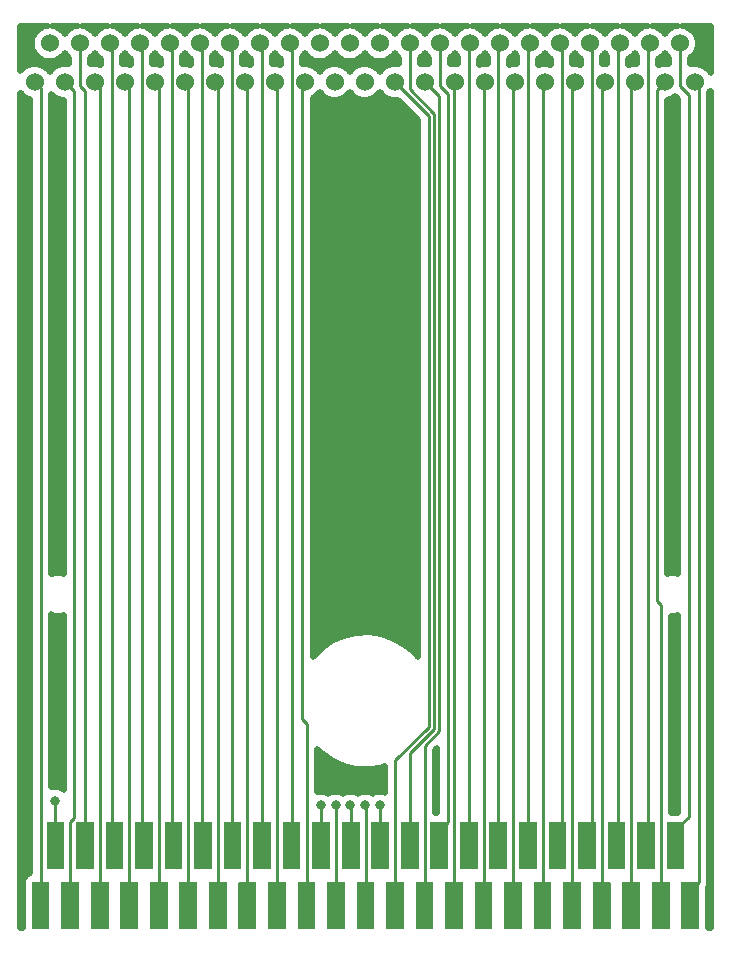
<source format=gtl>
G04 #@! TF.GenerationSoftware,KiCad,Pcbnew,5.1.10*
G04 #@! TF.CreationDate,2021-06-22T10:21:35-06:00*
G04 #@! TF.ProjectId,dev_cart_pcb,6465765f-6361-4727-945f-7063622e6b69,rev?*
G04 #@! TF.SameCoordinates,Original*
G04 #@! TF.FileFunction,Copper,L1,Top*
G04 #@! TF.FilePolarity,Positive*
%FSLAX46Y46*%
G04 Gerber Fmt 4.6, Leading zero omitted, Abs format (unit mm)*
G04 Created by KiCad (PCBNEW 5.1.10) date 2021-06-22 10:21:35*
%MOMM*%
%LPD*%
G01*
G04 APERTURE LIST*
G04 #@! TA.AperFunction,SMDPad,CuDef*
%ADD10C,0.100000*%
G04 #@! TD*
G04 #@! TA.AperFunction,ComponentPad*
%ADD11C,1.524000*%
G04 #@! TD*
G04 #@! TA.AperFunction,ViaPad*
%ADD12C,0.800000*%
G04 #@! TD*
G04 #@! TA.AperFunction,Conductor*
%ADD13C,0.250000*%
G04 #@! TD*
G04 #@! TA.AperFunction,NonConductor*
%ADD14C,0.500000*%
G04 #@! TD*
G04 #@! TA.AperFunction,NonConductor*
%ADD15C,0.100000*%
G04 #@! TD*
G04 APERTURE END LIST*
G04 #@! TA.AperFunction,SMDPad,CuDef*
D10*
G36*
X92059755Y-111498961D02*
G01*
X92069134Y-111501806D01*
X92077779Y-111506427D01*
X92085355Y-111512645D01*
X92091573Y-111520221D01*
X92096194Y-111528866D01*
X92099039Y-111538245D01*
X92100000Y-111548000D01*
X92100000Y-115448000D01*
X92099039Y-115457755D01*
X92096194Y-115467134D01*
X92091573Y-115475779D01*
X92085355Y-115483355D01*
X92077779Y-115489573D01*
X92069134Y-115494194D01*
X92059755Y-115497039D01*
X92050000Y-115498000D01*
X90650000Y-115498000D01*
X90640245Y-115497039D01*
X90630866Y-115494194D01*
X90622221Y-115489573D01*
X90614645Y-115483355D01*
X90608427Y-115475779D01*
X90603806Y-115467134D01*
X90600961Y-115457755D01*
X90600000Y-115448000D01*
X90600000Y-111548000D01*
X90600961Y-111538245D01*
X90603806Y-111528866D01*
X90608427Y-111520221D01*
X90614645Y-111512645D01*
X90622221Y-111506427D01*
X90630866Y-111501806D01*
X90640245Y-111498961D01*
X90650000Y-111498000D01*
X92050000Y-111498000D01*
X92059755Y-111498961D01*
G37*
G04 #@! TD.AperFunction*
G04 #@! TA.AperFunction,SMDPad,CuDef*
G36*
X79559755Y-111498961D02*
G01*
X79569134Y-111501806D01*
X79577779Y-111506427D01*
X79585355Y-111512645D01*
X79591573Y-111520221D01*
X79596194Y-111528866D01*
X79599039Y-111538245D01*
X79600000Y-111548000D01*
X79600000Y-115448000D01*
X79599039Y-115457755D01*
X79596194Y-115467134D01*
X79591573Y-115475779D01*
X79585355Y-115483355D01*
X79577779Y-115489573D01*
X79569134Y-115494194D01*
X79559755Y-115497039D01*
X79550000Y-115498000D01*
X78150000Y-115498000D01*
X78140245Y-115497039D01*
X78130866Y-115494194D01*
X78122221Y-115489573D01*
X78114645Y-115483355D01*
X78108427Y-115475779D01*
X78103806Y-115467134D01*
X78100961Y-115457755D01*
X78100000Y-115448000D01*
X78100000Y-111548000D01*
X78100961Y-111538245D01*
X78103806Y-111528866D01*
X78108427Y-111520221D01*
X78114645Y-111512645D01*
X78122221Y-111506427D01*
X78130866Y-111501806D01*
X78140245Y-111498961D01*
X78150000Y-111498000D01*
X79550000Y-111498000D01*
X79559755Y-111498961D01*
G37*
G04 #@! TD.AperFunction*
G04 #@! TA.AperFunction,SMDPad,CuDef*
G36*
X99559755Y-111498961D02*
G01*
X99569134Y-111501806D01*
X99577779Y-111506427D01*
X99585355Y-111512645D01*
X99591573Y-111520221D01*
X99596194Y-111528866D01*
X99599039Y-111538245D01*
X99600000Y-111548000D01*
X99600000Y-115448000D01*
X99599039Y-115457755D01*
X99596194Y-115467134D01*
X99591573Y-115475779D01*
X99585355Y-115483355D01*
X99577779Y-115489573D01*
X99569134Y-115494194D01*
X99559755Y-115497039D01*
X99550000Y-115498000D01*
X98150000Y-115498000D01*
X98140245Y-115497039D01*
X98130866Y-115494194D01*
X98122221Y-115489573D01*
X98114645Y-115483355D01*
X98108427Y-115475779D01*
X98103806Y-115467134D01*
X98100961Y-115457755D01*
X98100000Y-115448000D01*
X98100000Y-111548000D01*
X98100961Y-111538245D01*
X98103806Y-111528866D01*
X98108427Y-111520221D01*
X98114645Y-111512645D01*
X98122221Y-111506427D01*
X98130866Y-111501806D01*
X98140245Y-111498961D01*
X98150000Y-111498000D01*
X99550000Y-111498000D01*
X99559755Y-111498961D01*
G37*
G04 #@! TD.AperFunction*
G04 #@! TA.AperFunction,SMDPad,CuDef*
G36*
X119559755Y-111498961D02*
G01*
X119569134Y-111501806D01*
X119577779Y-111506427D01*
X119585355Y-111512645D01*
X119591573Y-111520221D01*
X119596194Y-111528866D01*
X119599039Y-111538245D01*
X119600000Y-111548000D01*
X119600000Y-115448000D01*
X119599039Y-115457755D01*
X119596194Y-115467134D01*
X119591573Y-115475779D01*
X119585355Y-115483355D01*
X119577779Y-115489573D01*
X119569134Y-115494194D01*
X119559755Y-115497039D01*
X119550000Y-115498000D01*
X118150000Y-115498000D01*
X118140245Y-115497039D01*
X118130866Y-115494194D01*
X118122221Y-115489573D01*
X118114645Y-115483355D01*
X118108427Y-115475779D01*
X118103806Y-115467134D01*
X118100961Y-115457755D01*
X118100000Y-115448000D01*
X118100000Y-111548000D01*
X118100961Y-111538245D01*
X118103806Y-111528866D01*
X118108427Y-111520221D01*
X118114645Y-111512645D01*
X118122221Y-111506427D01*
X118130866Y-111501806D01*
X118140245Y-111498961D01*
X118150000Y-111498000D01*
X119550000Y-111498000D01*
X119559755Y-111498961D01*
G37*
G04 #@! TD.AperFunction*
G04 #@! TA.AperFunction,SMDPad,CuDef*
G36*
X122059755Y-111498961D02*
G01*
X122069134Y-111501806D01*
X122077779Y-111506427D01*
X122085355Y-111512645D01*
X122091573Y-111520221D01*
X122096194Y-111528866D01*
X122099039Y-111538245D01*
X122100000Y-111548000D01*
X122100000Y-115448000D01*
X122099039Y-115457755D01*
X122096194Y-115467134D01*
X122091573Y-115475779D01*
X122085355Y-115483355D01*
X122077779Y-115489573D01*
X122069134Y-115494194D01*
X122059755Y-115497039D01*
X122050000Y-115498000D01*
X120650000Y-115498000D01*
X120640245Y-115497039D01*
X120630866Y-115494194D01*
X120622221Y-115489573D01*
X120614645Y-115483355D01*
X120608427Y-115475779D01*
X120603806Y-115467134D01*
X120600961Y-115457755D01*
X120600000Y-115448000D01*
X120600000Y-111548000D01*
X120600961Y-111538245D01*
X120603806Y-111528866D01*
X120608427Y-111520221D01*
X120614645Y-111512645D01*
X120622221Y-111506427D01*
X120630866Y-111501806D01*
X120640245Y-111498961D01*
X120650000Y-111498000D01*
X122050000Y-111498000D01*
X122059755Y-111498961D01*
G37*
G04 #@! TD.AperFunction*
G04 #@! TA.AperFunction,SMDPad,CuDef*
G36*
X94559755Y-111498961D02*
G01*
X94569134Y-111501806D01*
X94577779Y-111506427D01*
X94585355Y-111512645D01*
X94591573Y-111520221D01*
X94596194Y-111528866D01*
X94599039Y-111538245D01*
X94600000Y-111548000D01*
X94600000Y-115448000D01*
X94599039Y-115457755D01*
X94596194Y-115467134D01*
X94591573Y-115475779D01*
X94585355Y-115483355D01*
X94577779Y-115489573D01*
X94569134Y-115494194D01*
X94559755Y-115497039D01*
X94550000Y-115498000D01*
X93150000Y-115498000D01*
X93140245Y-115497039D01*
X93130866Y-115494194D01*
X93122221Y-115489573D01*
X93114645Y-115483355D01*
X93108427Y-115475779D01*
X93103806Y-115467134D01*
X93100961Y-115457755D01*
X93100000Y-115448000D01*
X93100000Y-111548000D01*
X93100961Y-111538245D01*
X93103806Y-111528866D01*
X93108427Y-111520221D01*
X93114645Y-111512645D01*
X93122221Y-111506427D01*
X93130866Y-111501806D01*
X93140245Y-111498961D01*
X93150000Y-111498000D01*
X94550000Y-111498000D01*
X94559755Y-111498961D01*
G37*
G04 #@! TD.AperFunction*
G04 #@! TA.AperFunction,SMDPad,CuDef*
G36*
X114559755Y-111498961D02*
G01*
X114569134Y-111501806D01*
X114577779Y-111506427D01*
X114585355Y-111512645D01*
X114591573Y-111520221D01*
X114596194Y-111528866D01*
X114599039Y-111538245D01*
X114600000Y-111548000D01*
X114600000Y-115448000D01*
X114599039Y-115457755D01*
X114596194Y-115467134D01*
X114591573Y-115475779D01*
X114585355Y-115483355D01*
X114577779Y-115489573D01*
X114569134Y-115494194D01*
X114559755Y-115497039D01*
X114550000Y-115498000D01*
X113150000Y-115498000D01*
X113140245Y-115497039D01*
X113130866Y-115494194D01*
X113122221Y-115489573D01*
X113114645Y-115483355D01*
X113108427Y-115475779D01*
X113103806Y-115467134D01*
X113100961Y-115457755D01*
X113100000Y-115448000D01*
X113100000Y-111548000D01*
X113100961Y-111538245D01*
X113103806Y-111528866D01*
X113108427Y-111520221D01*
X113114645Y-111512645D01*
X113122221Y-111506427D01*
X113130866Y-111501806D01*
X113140245Y-111498961D01*
X113150000Y-111498000D01*
X114550000Y-111498000D01*
X114559755Y-111498961D01*
G37*
G04 #@! TD.AperFunction*
G04 #@! TA.AperFunction,SMDPad,CuDef*
G36*
X117059755Y-111498961D02*
G01*
X117069134Y-111501806D01*
X117077779Y-111506427D01*
X117085355Y-111512645D01*
X117091573Y-111520221D01*
X117096194Y-111528866D01*
X117099039Y-111538245D01*
X117100000Y-111548000D01*
X117100000Y-115448000D01*
X117099039Y-115457755D01*
X117096194Y-115467134D01*
X117091573Y-115475779D01*
X117085355Y-115483355D01*
X117077779Y-115489573D01*
X117069134Y-115494194D01*
X117059755Y-115497039D01*
X117050000Y-115498000D01*
X115650000Y-115498000D01*
X115640245Y-115497039D01*
X115630866Y-115494194D01*
X115622221Y-115489573D01*
X115614645Y-115483355D01*
X115608427Y-115475779D01*
X115603806Y-115467134D01*
X115600961Y-115457755D01*
X115600000Y-115448000D01*
X115600000Y-111548000D01*
X115600961Y-111538245D01*
X115603806Y-111528866D01*
X115608427Y-111520221D01*
X115614645Y-111512645D01*
X115622221Y-111506427D01*
X115630866Y-111501806D01*
X115640245Y-111498961D01*
X115650000Y-111498000D01*
X117050000Y-111498000D01*
X117059755Y-111498961D01*
G37*
G04 #@! TD.AperFunction*
G04 #@! TA.AperFunction,SMDPad,CuDef*
G36*
X89559755Y-111498961D02*
G01*
X89569134Y-111501806D01*
X89577779Y-111506427D01*
X89585355Y-111512645D01*
X89591573Y-111520221D01*
X89596194Y-111528866D01*
X89599039Y-111538245D01*
X89600000Y-111548000D01*
X89600000Y-115448000D01*
X89599039Y-115457755D01*
X89596194Y-115467134D01*
X89591573Y-115475779D01*
X89585355Y-115483355D01*
X89577779Y-115489573D01*
X89569134Y-115494194D01*
X89559755Y-115497039D01*
X89550000Y-115498000D01*
X88150000Y-115498000D01*
X88140245Y-115497039D01*
X88130866Y-115494194D01*
X88122221Y-115489573D01*
X88114645Y-115483355D01*
X88108427Y-115475779D01*
X88103806Y-115467134D01*
X88100961Y-115457755D01*
X88100000Y-115448000D01*
X88100000Y-111548000D01*
X88100961Y-111538245D01*
X88103806Y-111528866D01*
X88108427Y-111520221D01*
X88114645Y-111512645D01*
X88122221Y-111506427D01*
X88130866Y-111501806D01*
X88140245Y-111498961D01*
X88150000Y-111498000D01*
X89550000Y-111498000D01*
X89559755Y-111498961D01*
G37*
G04 #@! TD.AperFunction*
G04 #@! TA.AperFunction,SMDPad,CuDef*
G36*
X124559755Y-111498961D02*
G01*
X124569134Y-111501806D01*
X124577779Y-111506427D01*
X124585355Y-111512645D01*
X124591573Y-111520221D01*
X124596194Y-111528866D01*
X124599039Y-111538245D01*
X124600000Y-111548000D01*
X124600000Y-115448000D01*
X124599039Y-115457755D01*
X124596194Y-115467134D01*
X124591573Y-115475779D01*
X124585355Y-115483355D01*
X124577779Y-115489573D01*
X124569134Y-115494194D01*
X124559755Y-115497039D01*
X124550000Y-115498000D01*
X123150000Y-115498000D01*
X123140245Y-115497039D01*
X123130866Y-115494194D01*
X123122221Y-115489573D01*
X123114645Y-115483355D01*
X123108427Y-115475779D01*
X123103806Y-115467134D01*
X123100961Y-115457755D01*
X123100000Y-115448000D01*
X123100000Y-111548000D01*
X123100961Y-111538245D01*
X123103806Y-111528866D01*
X123108427Y-111520221D01*
X123114645Y-111512645D01*
X123122221Y-111506427D01*
X123130866Y-111501806D01*
X123140245Y-111498961D01*
X123150000Y-111498000D01*
X124550000Y-111498000D01*
X124559755Y-111498961D01*
G37*
G04 #@! TD.AperFunction*
G04 #@! TA.AperFunction,SMDPad,CuDef*
G36*
X127059755Y-111498961D02*
G01*
X127069134Y-111501806D01*
X127077779Y-111506427D01*
X127085355Y-111512645D01*
X127091573Y-111520221D01*
X127096194Y-111528866D01*
X127099039Y-111538245D01*
X127100000Y-111548000D01*
X127100000Y-115448000D01*
X127099039Y-115457755D01*
X127096194Y-115467134D01*
X127091573Y-115475779D01*
X127085355Y-115483355D01*
X127077779Y-115489573D01*
X127069134Y-115494194D01*
X127059755Y-115497039D01*
X127050000Y-115498000D01*
X125650000Y-115498000D01*
X125640245Y-115497039D01*
X125630866Y-115494194D01*
X125622221Y-115489573D01*
X125614645Y-115483355D01*
X125608427Y-115475779D01*
X125603806Y-115467134D01*
X125600961Y-115457755D01*
X125600000Y-115448000D01*
X125600000Y-111548000D01*
X125600961Y-111538245D01*
X125603806Y-111528866D01*
X125608427Y-111520221D01*
X125614645Y-111512645D01*
X125622221Y-111506427D01*
X125630866Y-111501806D01*
X125640245Y-111498961D01*
X125650000Y-111498000D01*
X127050000Y-111498000D01*
X127059755Y-111498961D01*
G37*
G04 #@! TD.AperFunction*
G04 #@! TA.AperFunction,SMDPad,CuDef*
G36*
X109559755Y-111498961D02*
G01*
X109569134Y-111501806D01*
X109577779Y-111506427D01*
X109585355Y-111512645D01*
X109591573Y-111520221D01*
X109596194Y-111528866D01*
X109599039Y-111538245D01*
X109600000Y-111548000D01*
X109600000Y-115448000D01*
X109599039Y-115457755D01*
X109596194Y-115467134D01*
X109591573Y-115475779D01*
X109585355Y-115483355D01*
X109577779Y-115489573D01*
X109569134Y-115494194D01*
X109559755Y-115497039D01*
X109550000Y-115498000D01*
X108150000Y-115498000D01*
X108140245Y-115497039D01*
X108130866Y-115494194D01*
X108122221Y-115489573D01*
X108114645Y-115483355D01*
X108108427Y-115475779D01*
X108103806Y-115467134D01*
X108100961Y-115457755D01*
X108100000Y-115448000D01*
X108100000Y-111548000D01*
X108100961Y-111538245D01*
X108103806Y-111528866D01*
X108108427Y-111520221D01*
X108114645Y-111512645D01*
X108122221Y-111506427D01*
X108130866Y-111501806D01*
X108140245Y-111498961D01*
X108150000Y-111498000D01*
X109550000Y-111498000D01*
X109559755Y-111498961D01*
G37*
G04 #@! TD.AperFunction*
G04 #@! TA.AperFunction,SMDPad,CuDef*
G36*
X112059755Y-111498961D02*
G01*
X112069134Y-111501806D01*
X112077779Y-111506427D01*
X112085355Y-111512645D01*
X112091573Y-111520221D01*
X112096194Y-111528866D01*
X112099039Y-111538245D01*
X112100000Y-111548000D01*
X112100000Y-115448000D01*
X112099039Y-115457755D01*
X112096194Y-115467134D01*
X112091573Y-115475779D01*
X112085355Y-115483355D01*
X112077779Y-115489573D01*
X112069134Y-115494194D01*
X112059755Y-115497039D01*
X112050000Y-115498000D01*
X110650000Y-115498000D01*
X110640245Y-115497039D01*
X110630866Y-115494194D01*
X110622221Y-115489573D01*
X110614645Y-115483355D01*
X110608427Y-115475779D01*
X110603806Y-115467134D01*
X110600961Y-115457755D01*
X110600000Y-115448000D01*
X110600000Y-111548000D01*
X110600961Y-111538245D01*
X110603806Y-111528866D01*
X110608427Y-111520221D01*
X110614645Y-111512645D01*
X110622221Y-111506427D01*
X110630866Y-111501806D01*
X110640245Y-111498961D01*
X110650000Y-111498000D01*
X112050000Y-111498000D01*
X112059755Y-111498961D01*
G37*
G04 #@! TD.AperFunction*
G04 #@! TA.AperFunction,SMDPad,CuDef*
G36*
X87059755Y-111498961D02*
G01*
X87069134Y-111501806D01*
X87077779Y-111506427D01*
X87085355Y-111512645D01*
X87091573Y-111520221D01*
X87096194Y-111528866D01*
X87099039Y-111538245D01*
X87100000Y-111548000D01*
X87100000Y-115448000D01*
X87099039Y-115457755D01*
X87096194Y-115467134D01*
X87091573Y-115475779D01*
X87085355Y-115483355D01*
X87077779Y-115489573D01*
X87069134Y-115494194D01*
X87059755Y-115497039D01*
X87050000Y-115498000D01*
X85650000Y-115498000D01*
X85640245Y-115497039D01*
X85630866Y-115494194D01*
X85622221Y-115489573D01*
X85614645Y-115483355D01*
X85608427Y-115475779D01*
X85603806Y-115467134D01*
X85600961Y-115457755D01*
X85600000Y-115448000D01*
X85600000Y-111548000D01*
X85600961Y-111538245D01*
X85603806Y-111528866D01*
X85608427Y-111520221D01*
X85614645Y-111512645D01*
X85622221Y-111506427D01*
X85630866Y-111501806D01*
X85640245Y-111498961D01*
X85650000Y-111498000D01*
X87050000Y-111498000D01*
X87059755Y-111498961D01*
G37*
G04 #@! TD.AperFunction*
G04 #@! TA.AperFunction,SMDPad,CuDef*
G36*
X104559755Y-111498961D02*
G01*
X104569134Y-111501806D01*
X104577779Y-111506427D01*
X104585355Y-111512645D01*
X104591573Y-111520221D01*
X104596194Y-111528866D01*
X104599039Y-111538245D01*
X104600000Y-111548000D01*
X104600000Y-115448000D01*
X104599039Y-115457755D01*
X104596194Y-115467134D01*
X104591573Y-115475779D01*
X104585355Y-115483355D01*
X104577779Y-115489573D01*
X104569134Y-115494194D01*
X104559755Y-115497039D01*
X104550000Y-115498000D01*
X103150000Y-115498000D01*
X103140245Y-115497039D01*
X103130866Y-115494194D01*
X103122221Y-115489573D01*
X103114645Y-115483355D01*
X103108427Y-115475779D01*
X103103806Y-115467134D01*
X103100961Y-115457755D01*
X103100000Y-115448000D01*
X103100000Y-111548000D01*
X103100961Y-111538245D01*
X103103806Y-111528866D01*
X103108427Y-111520221D01*
X103114645Y-111512645D01*
X103122221Y-111506427D01*
X103130866Y-111501806D01*
X103140245Y-111498961D01*
X103150000Y-111498000D01*
X104550000Y-111498000D01*
X104559755Y-111498961D01*
G37*
G04 #@! TD.AperFunction*
G04 #@! TA.AperFunction,SMDPad,CuDef*
G36*
X107059755Y-111498961D02*
G01*
X107069134Y-111501806D01*
X107077779Y-111506427D01*
X107085355Y-111512645D01*
X107091573Y-111520221D01*
X107096194Y-111528866D01*
X107099039Y-111538245D01*
X107100000Y-111548000D01*
X107100000Y-115448000D01*
X107099039Y-115457755D01*
X107096194Y-115467134D01*
X107091573Y-115475779D01*
X107085355Y-115483355D01*
X107077779Y-115489573D01*
X107069134Y-115494194D01*
X107059755Y-115497039D01*
X107050000Y-115498000D01*
X105650000Y-115498000D01*
X105640245Y-115497039D01*
X105630866Y-115494194D01*
X105622221Y-115489573D01*
X105614645Y-115483355D01*
X105608427Y-115475779D01*
X105603806Y-115467134D01*
X105600961Y-115457755D01*
X105600000Y-115448000D01*
X105600000Y-111548000D01*
X105600961Y-111538245D01*
X105603806Y-111528866D01*
X105608427Y-111520221D01*
X105614645Y-111512645D01*
X105622221Y-111506427D01*
X105630866Y-111501806D01*
X105640245Y-111498961D01*
X105650000Y-111498000D01*
X107050000Y-111498000D01*
X107059755Y-111498961D01*
G37*
G04 #@! TD.AperFunction*
G04 #@! TA.AperFunction,SMDPad,CuDef*
G36*
X97059755Y-111498961D02*
G01*
X97069134Y-111501806D01*
X97077779Y-111506427D01*
X97085355Y-111512645D01*
X97091573Y-111520221D01*
X97096194Y-111528866D01*
X97099039Y-111538245D01*
X97100000Y-111548000D01*
X97100000Y-115448000D01*
X97099039Y-115457755D01*
X97096194Y-115467134D01*
X97091573Y-115475779D01*
X97085355Y-115483355D01*
X97077779Y-115489573D01*
X97069134Y-115494194D01*
X97059755Y-115497039D01*
X97050000Y-115498000D01*
X95650000Y-115498000D01*
X95640245Y-115497039D01*
X95630866Y-115494194D01*
X95622221Y-115489573D01*
X95614645Y-115483355D01*
X95608427Y-115475779D01*
X95603806Y-115467134D01*
X95600961Y-115457755D01*
X95600000Y-115448000D01*
X95600000Y-111548000D01*
X95600961Y-111538245D01*
X95603806Y-111528866D01*
X95608427Y-111520221D01*
X95614645Y-111512645D01*
X95622221Y-111506427D01*
X95630866Y-111501806D01*
X95640245Y-111498961D01*
X95650000Y-111498000D01*
X97050000Y-111498000D01*
X97059755Y-111498961D01*
G37*
G04 #@! TD.AperFunction*
G04 #@! TA.AperFunction,SMDPad,CuDef*
G36*
X129559755Y-111498961D02*
G01*
X129569134Y-111501806D01*
X129577779Y-111506427D01*
X129585355Y-111512645D01*
X129591573Y-111520221D01*
X129596194Y-111528866D01*
X129599039Y-111538245D01*
X129600000Y-111548000D01*
X129600000Y-115448000D01*
X129599039Y-115457755D01*
X129596194Y-115467134D01*
X129591573Y-115475779D01*
X129585355Y-115483355D01*
X129577779Y-115489573D01*
X129569134Y-115494194D01*
X129559755Y-115497039D01*
X129550000Y-115498000D01*
X128150000Y-115498000D01*
X128140245Y-115497039D01*
X128130866Y-115494194D01*
X128122221Y-115489573D01*
X128114645Y-115483355D01*
X128108427Y-115475779D01*
X128103806Y-115467134D01*
X128100961Y-115457755D01*
X128100000Y-115448000D01*
X128100000Y-111548000D01*
X128100961Y-111538245D01*
X128103806Y-111528866D01*
X128108427Y-111520221D01*
X128114645Y-111512645D01*
X128122221Y-111506427D01*
X128130866Y-111501806D01*
X128140245Y-111498961D01*
X128150000Y-111498000D01*
X129550000Y-111498000D01*
X129559755Y-111498961D01*
G37*
G04 #@! TD.AperFunction*
G04 #@! TA.AperFunction,SMDPad,CuDef*
G36*
X77059755Y-111498961D02*
G01*
X77069134Y-111501806D01*
X77077779Y-111506427D01*
X77085355Y-111512645D01*
X77091573Y-111520221D01*
X77096194Y-111528866D01*
X77099039Y-111538245D01*
X77100000Y-111548000D01*
X77100000Y-115448000D01*
X77099039Y-115457755D01*
X77096194Y-115467134D01*
X77091573Y-115475779D01*
X77085355Y-115483355D01*
X77077779Y-115489573D01*
X77069134Y-115494194D01*
X77059755Y-115497039D01*
X77050000Y-115498000D01*
X75650000Y-115498000D01*
X75640245Y-115497039D01*
X75630866Y-115494194D01*
X75622221Y-115489573D01*
X75614645Y-115483355D01*
X75608427Y-115475779D01*
X75603806Y-115467134D01*
X75600961Y-115457755D01*
X75600000Y-115448000D01*
X75600000Y-111548000D01*
X75600961Y-111538245D01*
X75603806Y-111528866D01*
X75608427Y-111520221D01*
X75614645Y-111512645D01*
X75622221Y-111506427D01*
X75630866Y-111501806D01*
X75640245Y-111498961D01*
X75650000Y-111498000D01*
X77050000Y-111498000D01*
X77059755Y-111498961D01*
G37*
G04 #@! TD.AperFunction*
G04 #@! TA.AperFunction,SMDPad,CuDef*
G36*
X102059755Y-111498961D02*
G01*
X102069134Y-111501806D01*
X102077779Y-111506427D01*
X102085355Y-111512645D01*
X102091573Y-111520221D01*
X102096194Y-111528866D01*
X102099039Y-111538245D01*
X102100000Y-111548000D01*
X102100000Y-115448000D01*
X102099039Y-115457755D01*
X102096194Y-115467134D01*
X102091573Y-115475779D01*
X102085355Y-115483355D01*
X102077779Y-115489573D01*
X102069134Y-115494194D01*
X102059755Y-115497039D01*
X102050000Y-115498000D01*
X100650000Y-115498000D01*
X100640245Y-115497039D01*
X100630866Y-115494194D01*
X100622221Y-115489573D01*
X100614645Y-115483355D01*
X100608427Y-115475779D01*
X100603806Y-115467134D01*
X100600961Y-115457755D01*
X100600000Y-115448000D01*
X100600000Y-111548000D01*
X100600961Y-111538245D01*
X100603806Y-111528866D01*
X100608427Y-111520221D01*
X100614645Y-111512645D01*
X100622221Y-111506427D01*
X100630866Y-111501806D01*
X100640245Y-111498961D01*
X100650000Y-111498000D01*
X102050000Y-111498000D01*
X102059755Y-111498961D01*
G37*
G04 #@! TD.AperFunction*
G04 #@! TA.AperFunction,SMDPad,CuDef*
G36*
X84559755Y-111498961D02*
G01*
X84569134Y-111501806D01*
X84577779Y-111506427D01*
X84585355Y-111512645D01*
X84591573Y-111520221D01*
X84596194Y-111528866D01*
X84599039Y-111538245D01*
X84600000Y-111548000D01*
X84600000Y-115448000D01*
X84599039Y-115457755D01*
X84596194Y-115467134D01*
X84591573Y-115475779D01*
X84585355Y-115483355D01*
X84577779Y-115489573D01*
X84569134Y-115494194D01*
X84559755Y-115497039D01*
X84550000Y-115498000D01*
X83150000Y-115498000D01*
X83140245Y-115497039D01*
X83130866Y-115494194D01*
X83122221Y-115489573D01*
X83114645Y-115483355D01*
X83108427Y-115475779D01*
X83103806Y-115467134D01*
X83100961Y-115457755D01*
X83100000Y-115448000D01*
X83100000Y-111548000D01*
X83100961Y-111538245D01*
X83103806Y-111528866D01*
X83108427Y-111520221D01*
X83114645Y-111512645D01*
X83122221Y-111506427D01*
X83130866Y-111501806D01*
X83140245Y-111498961D01*
X83150000Y-111498000D01*
X84550000Y-111498000D01*
X84559755Y-111498961D01*
G37*
G04 #@! TD.AperFunction*
G04 #@! TA.AperFunction,SMDPad,CuDef*
G36*
X82059755Y-111498961D02*
G01*
X82069134Y-111501806D01*
X82077779Y-111506427D01*
X82085355Y-111512645D01*
X82091573Y-111520221D01*
X82096194Y-111528866D01*
X82099039Y-111538245D01*
X82100000Y-111548000D01*
X82100000Y-115448000D01*
X82099039Y-115457755D01*
X82096194Y-115467134D01*
X82091573Y-115475779D01*
X82085355Y-115483355D01*
X82077779Y-115489573D01*
X82069134Y-115494194D01*
X82059755Y-115497039D01*
X82050000Y-115498000D01*
X80650000Y-115498000D01*
X80640245Y-115497039D01*
X80630866Y-115494194D01*
X80622221Y-115489573D01*
X80614645Y-115483355D01*
X80608427Y-115475779D01*
X80603806Y-115467134D01*
X80600961Y-115457755D01*
X80600000Y-115448000D01*
X80600000Y-111548000D01*
X80600961Y-111538245D01*
X80603806Y-111528866D01*
X80608427Y-111520221D01*
X80614645Y-111512645D01*
X80622221Y-111506427D01*
X80630866Y-111501806D01*
X80640245Y-111498961D01*
X80650000Y-111498000D01*
X82050000Y-111498000D01*
X82059755Y-111498961D01*
G37*
G04 #@! TD.AperFunction*
G04 #@! TA.AperFunction,SMDPad,CuDef*
G36*
X130809755Y-116600961D02*
G01*
X130819134Y-116603806D01*
X130827779Y-116608427D01*
X130835355Y-116614645D01*
X130841573Y-116622221D01*
X130846194Y-116630866D01*
X130849039Y-116640245D01*
X130850000Y-116650000D01*
X130850000Y-120550000D01*
X130849039Y-120559755D01*
X130846194Y-120569134D01*
X130841573Y-120577779D01*
X130835355Y-120585355D01*
X130827779Y-120591573D01*
X130819134Y-120596194D01*
X130809755Y-120599039D01*
X130800000Y-120600000D01*
X129400000Y-120600000D01*
X129390245Y-120599039D01*
X129380866Y-120596194D01*
X129372221Y-120591573D01*
X129364645Y-120585355D01*
X129358427Y-120577779D01*
X129353806Y-120569134D01*
X129350961Y-120559755D01*
X129350000Y-120550000D01*
X129350000Y-116650000D01*
X129350961Y-116640245D01*
X129353806Y-116630866D01*
X129358427Y-116622221D01*
X129364645Y-116614645D01*
X129372221Y-116608427D01*
X129380866Y-116603806D01*
X129390245Y-116600961D01*
X129400000Y-116600000D01*
X130800000Y-116600000D01*
X130809755Y-116600961D01*
G37*
G04 #@! TD.AperFunction*
G04 #@! TA.AperFunction,SMDPad,CuDef*
G36*
X123309755Y-116600961D02*
G01*
X123319134Y-116603806D01*
X123327779Y-116608427D01*
X123335355Y-116614645D01*
X123341573Y-116622221D01*
X123346194Y-116630866D01*
X123349039Y-116640245D01*
X123350000Y-116650000D01*
X123350000Y-120550000D01*
X123349039Y-120559755D01*
X123346194Y-120569134D01*
X123341573Y-120577779D01*
X123335355Y-120585355D01*
X123327779Y-120591573D01*
X123319134Y-120596194D01*
X123309755Y-120599039D01*
X123300000Y-120600000D01*
X121900000Y-120600000D01*
X121890245Y-120599039D01*
X121880866Y-120596194D01*
X121872221Y-120591573D01*
X121864645Y-120585355D01*
X121858427Y-120577779D01*
X121853806Y-120569134D01*
X121850961Y-120559755D01*
X121850000Y-120550000D01*
X121850000Y-116650000D01*
X121850961Y-116640245D01*
X121853806Y-116630866D01*
X121858427Y-116622221D01*
X121864645Y-116614645D01*
X121872221Y-116608427D01*
X121880866Y-116603806D01*
X121890245Y-116600961D01*
X121900000Y-116600000D01*
X123300000Y-116600000D01*
X123309755Y-116600961D01*
G37*
G04 #@! TD.AperFunction*
G04 #@! TA.AperFunction,SMDPad,CuDef*
G36*
X115809755Y-116600961D02*
G01*
X115819134Y-116603806D01*
X115827779Y-116608427D01*
X115835355Y-116614645D01*
X115841573Y-116622221D01*
X115846194Y-116630866D01*
X115849039Y-116640245D01*
X115850000Y-116650000D01*
X115850000Y-120550000D01*
X115849039Y-120559755D01*
X115846194Y-120569134D01*
X115841573Y-120577779D01*
X115835355Y-120585355D01*
X115827779Y-120591573D01*
X115819134Y-120596194D01*
X115809755Y-120599039D01*
X115800000Y-120600000D01*
X114400000Y-120600000D01*
X114390245Y-120599039D01*
X114380866Y-120596194D01*
X114372221Y-120591573D01*
X114364645Y-120585355D01*
X114358427Y-120577779D01*
X114353806Y-120569134D01*
X114350961Y-120559755D01*
X114350000Y-120550000D01*
X114350000Y-116650000D01*
X114350961Y-116640245D01*
X114353806Y-116630866D01*
X114358427Y-116622221D01*
X114364645Y-116614645D01*
X114372221Y-116608427D01*
X114380866Y-116603806D01*
X114390245Y-116600961D01*
X114400000Y-116600000D01*
X115800000Y-116600000D01*
X115809755Y-116600961D01*
G37*
G04 #@! TD.AperFunction*
G04 #@! TA.AperFunction,SMDPad,CuDef*
G36*
X118309755Y-116600961D02*
G01*
X118319134Y-116603806D01*
X118327779Y-116608427D01*
X118335355Y-116614645D01*
X118341573Y-116622221D01*
X118346194Y-116630866D01*
X118349039Y-116640245D01*
X118350000Y-116650000D01*
X118350000Y-120550000D01*
X118349039Y-120559755D01*
X118346194Y-120569134D01*
X118341573Y-120577779D01*
X118335355Y-120585355D01*
X118327779Y-120591573D01*
X118319134Y-120596194D01*
X118309755Y-120599039D01*
X118300000Y-120600000D01*
X116900000Y-120600000D01*
X116890245Y-120599039D01*
X116880866Y-120596194D01*
X116872221Y-120591573D01*
X116864645Y-120585355D01*
X116858427Y-120577779D01*
X116853806Y-120569134D01*
X116850961Y-120559755D01*
X116850000Y-120550000D01*
X116850000Y-116650000D01*
X116850961Y-116640245D01*
X116853806Y-116630866D01*
X116858427Y-116622221D01*
X116864645Y-116614645D01*
X116872221Y-116608427D01*
X116880866Y-116603806D01*
X116890245Y-116600961D01*
X116900000Y-116600000D01*
X118300000Y-116600000D01*
X118309755Y-116600961D01*
G37*
G04 #@! TD.AperFunction*
G04 #@! TA.AperFunction,SMDPad,CuDef*
G36*
X90809755Y-116600961D02*
G01*
X90819134Y-116603806D01*
X90827779Y-116608427D01*
X90835355Y-116614645D01*
X90841573Y-116622221D01*
X90846194Y-116630866D01*
X90849039Y-116640245D01*
X90850000Y-116650000D01*
X90850000Y-120550000D01*
X90849039Y-120559755D01*
X90846194Y-120569134D01*
X90841573Y-120577779D01*
X90835355Y-120585355D01*
X90827779Y-120591573D01*
X90819134Y-120596194D01*
X90809755Y-120599039D01*
X90800000Y-120600000D01*
X89400000Y-120600000D01*
X89390245Y-120599039D01*
X89380866Y-120596194D01*
X89372221Y-120591573D01*
X89364645Y-120585355D01*
X89358427Y-120577779D01*
X89353806Y-120569134D01*
X89350961Y-120559755D01*
X89350000Y-120550000D01*
X89350000Y-116650000D01*
X89350961Y-116640245D01*
X89353806Y-116630866D01*
X89358427Y-116622221D01*
X89364645Y-116614645D01*
X89372221Y-116608427D01*
X89380866Y-116603806D01*
X89390245Y-116600961D01*
X89400000Y-116600000D01*
X90800000Y-116600000D01*
X90809755Y-116600961D01*
G37*
G04 #@! TD.AperFunction*
G04 #@! TA.AperFunction,SMDPad,CuDef*
G36*
X128309755Y-116600961D02*
G01*
X128319134Y-116603806D01*
X128327779Y-116608427D01*
X128335355Y-116614645D01*
X128341573Y-116622221D01*
X128346194Y-116630866D01*
X128349039Y-116640245D01*
X128350000Y-116650000D01*
X128350000Y-120550000D01*
X128349039Y-120559755D01*
X128346194Y-120569134D01*
X128341573Y-120577779D01*
X128335355Y-120585355D01*
X128327779Y-120591573D01*
X128319134Y-120596194D01*
X128309755Y-120599039D01*
X128300000Y-120600000D01*
X126900000Y-120600000D01*
X126890245Y-120599039D01*
X126880866Y-120596194D01*
X126872221Y-120591573D01*
X126864645Y-120585355D01*
X126858427Y-120577779D01*
X126853806Y-120569134D01*
X126850961Y-120559755D01*
X126850000Y-120550000D01*
X126850000Y-116650000D01*
X126850961Y-116640245D01*
X126853806Y-116630866D01*
X126858427Y-116622221D01*
X126864645Y-116614645D01*
X126872221Y-116608427D01*
X126880866Y-116603806D01*
X126890245Y-116600961D01*
X126900000Y-116600000D01*
X128300000Y-116600000D01*
X128309755Y-116600961D01*
G37*
G04 #@! TD.AperFunction*
G04 #@! TA.AperFunction,SMDPad,CuDef*
G36*
X85809755Y-116600961D02*
G01*
X85819134Y-116603806D01*
X85827779Y-116608427D01*
X85835355Y-116614645D01*
X85841573Y-116622221D01*
X85846194Y-116630866D01*
X85849039Y-116640245D01*
X85850000Y-116650000D01*
X85850000Y-120550000D01*
X85849039Y-120559755D01*
X85846194Y-120569134D01*
X85841573Y-120577779D01*
X85835355Y-120585355D01*
X85827779Y-120591573D01*
X85819134Y-120596194D01*
X85809755Y-120599039D01*
X85800000Y-120600000D01*
X84400000Y-120600000D01*
X84390245Y-120599039D01*
X84380866Y-120596194D01*
X84372221Y-120591573D01*
X84364645Y-120585355D01*
X84358427Y-120577779D01*
X84353806Y-120569134D01*
X84350961Y-120559755D01*
X84350000Y-120550000D01*
X84350000Y-116650000D01*
X84350961Y-116640245D01*
X84353806Y-116630866D01*
X84358427Y-116622221D01*
X84364645Y-116614645D01*
X84372221Y-116608427D01*
X84380866Y-116603806D01*
X84390245Y-116600961D01*
X84400000Y-116600000D01*
X85800000Y-116600000D01*
X85809755Y-116600961D01*
G37*
G04 #@! TD.AperFunction*
G04 #@! TA.AperFunction,SMDPad,CuDef*
G36*
X95809755Y-116600961D02*
G01*
X95819134Y-116603806D01*
X95827779Y-116608427D01*
X95835355Y-116614645D01*
X95841573Y-116622221D01*
X95846194Y-116630866D01*
X95849039Y-116640245D01*
X95850000Y-116650000D01*
X95850000Y-120550000D01*
X95849039Y-120559755D01*
X95846194Y-120569134D01*
X95841573Y-120577779D01*
X95835355Y-120585355D01*
X95827779Y-120591573D01*
X95819134Y-120596194D01*
X95809755Y-120599039D01*
X95800000Y-120600000D01*
X94400000Y-120600000D01*
X94390245Y-120599039D01*
X94380866Y-120596194D01*
X94372221Y-120591573D01*
X94364645Y-120585355D01*
X94358427Y-120577779D01*
X94353806Y-120569134D01*
X94350961Y-120559755D01*
X94350000Y-120550000D01*
X94350000Y-116650000D01*
X94350961Y-116640245D01*
X94353806Y-116630866D01*
X94358427Y-116622221D01*
X94364645Y-116614645D01*
X94372221Y-116608427D01*
X94380866Y-116603806D01*
X94390245Y-116600961D01*
X94400000Y-116600000D01*
X95800000Y-116600000D01*
X95809755Y-116600961D01*
G37*
G04 #@! TD.AperFunction*
G04 #@! TA.AperFunction,SMDPad,CuDef*
G36*
X103309755Y-116600961D02*
G01*
X103319134Y-116603806D01*
X103327779Y-116608427D01*
X103335355Y-116614645D01*
X103341573Y-116622221D01*
X103346194Y-116630866D01*
X103349039Y-116640245D01*
X103350000Y-116650000D01*
X103350000Y-120550000D01*
X103349039Y-120559755D01*
X103346194Y-120569134D01*
X103341573Y-120577779D01*
X103335355Y-120585355D01*
X103327779Y-120591573D01*
X103319134Y-120596194D01*
X103309755Y-120599039D01*
X103300000Y-120600000D01*
X101900000Y-120600000D01*
X101890245Y-120599039D01*
X101880866Y-120596194D01*
X101872221Y-120591573D01*
X101864645Y-120585355D01*
X101858427Y-120577779D01*
X101853806Y-120569134D01*
X101850961Y-120559755D01*
X101850000Y-120550000D01*
X101850000Y-116650000D01*
X101850961Y-116640245D01*
X101853806Y-116630866D01*
X101858427Y-116622221D01*
X101864645Y-116614645D01*
X101872221Y-116608427D01*
X101880866Y-116603806D01*
X101890245Y-116600961D01*
X101900000Y-116600000D01*
X103300000Y-116600000D01*
X103309755Y-116600961D01*
G37*
G04 #@! TD.AperFunction*
G04 #@! TA.AperFunction,SMDPad,CuDef*
G36*
X113309755Y-116600961D02*
G01*
X113319134Y-116603806D01*
X113327779Y-116608427D01*
X113335355Y-116614645D01*
X113341573Y-116622221D01*
X113346194Y-116630866D01*
X113349039Y-116640245D01*
X113350000Y-116650000D01*
X113350000Y-120550000D01*
X113349039Y-120559755D01*
X113346194Y-120569134D01*
X113341573Y-120577779D01*
X113335355Y-120585355D01*
X113327779Y-120591573D01*
X113319134Y-120596194D01*
X113309755Y-120599039D01*
X113300000Y-120600000D01*
X111900000Y-120600000D01*
X111890245Y-120599039D01*
X111880866Y-120596194D01*
X111872221Y-120591573D01*
X111864645Y-120585355D01*
X111858427Y-120577779D01*
X111853806Y-120569134D01*
X111850961Y-120559755D01*
X111850000Y-120550000D01*
X111850000Y-116650000D01*
X111850961Y-116640245D01*
X111853806Y-116630866D01*
X111858427Y-116622221D01*
X111864645Y-116614645D01*
X111872221Y-116608427D01*
X111880866Y-116603806D01*
X111890245Y-116600961D01*
X111900000Y-116600000D01*
X113300000Y-116600000D01*
X113309755Y-116600961D01*
G37*
G04 #@! TD.AperFunction*
G04 #@! TA.AperFunction,SMDPad,CuDef*
G36*
X83309755Y-116600961D02*
G01*
X83319134Y-116603806D01*
X83327779Y-116608427D01*
X83335355Y-116614645D01*
X83341573Y-116622221D01*
X83346194Y-116630866D01*
X83349039Y-116640245D01*
X83350000Y-116650000D01*
X83350000Y-120550000D01*
X83349039Y-120559755D01*
X83346194Y-120569134D01*
X83341573Y-120577779D01*
X83335355Y-120585355D01*
X83327779Y-120591573D01*
X83319134Y-120596194D01*
X83309755Y-120599039D01*
X83300000Y-120600000D01*
X81900000Y-120600000D01*
X81890245Y-120599039D01*
X81880866Y-120596194D01*
X81872221Y-120591573D01*
X81864645Y-120585355D01*
X81858427Y-120577779D01*
X81853806Y-120569134D01*
X81850961Y-120559755D01*
X81850000Y-120550000D01*
X81850000Y-116650000D01*
X81850961Y-116640245D01*
X81853806Y-116630866D01*
X81858427Y-116622221D01*
X81864645Y-116614645D01*
X81872221Y-116608427D01*
X81880866Y-116603806D01*
X81890245Y-116600961D01*
X81900000Y-116600000D01*
X83300000Y-116600000D01*
X83309755Y-116600961D01*
G37*
G04 #@! TD.AperFunction*
G04 #@! TA.AperFunction,SMDPad,CuDef*
G36*
X125809755Y-116600961D02*
G01*
X125819134Y-116603806D01*
X125827779Y-116608427D01*
X125835355Y-116614645D01*
X125841573Y-116622221D01*
X125846194Y-116630866D01*
X125849039Y-116640245D01*
X125850000Y-116650000D01*
X125850000Y-120550000D01*
X125849039Y-120559755D01*
X125846194Y-120569134D01*
X125841573Y-120577779D01*
X125835355Y-120585355D01*
X125827779Y-120591573D01*
X125819134Y-120596194D01*
X125809755Y-120599039D01*
X125800000Y-120600000D01*
X124400000Y-120600000D01*
X124390245Y-120599039D01*
X124380866Y-120596194D01*
X124372221Y-120591573D01*
X124364645Y-120585355D01*
X124358427Y-120577779D01*
X124353806Y-120569134D01*
X124350961Y-120559755D01*
X124350000Y-120550000D01*
X124350000Y-116650000D01*
X124350961Y-116640245D01*
X124353806Y-116630866D01*
X124358427Y-116622221D01*
X124364645Y-116614645D01*
X124372221Y-116608427D01*
X124380866Y-116603806D01*
X124390245Y-116600961D01*
X124400000Y-116600000D01*
X125800000Y-116600000D01*
X125809755Y-116600961D01*
G37*
G04 #@! TD.AperFunction*
G04 #@! TA.AperFunction,SMDPad,CuDef*
G36*
X120809755Y-116600961D02*
G01*
X120819134Y-116603806D01*
X120827779Y-116608427D01*
X120835355Y-116614645D01*
X120841573Y-116622221D01*
X120846194Y-116630866D01*
X120849039Y-116640245D01*
X120850000Y-116650000D01*
X120850000Y-120550000D01*
X120849039Y-120559755D01*
X120846194Y-120569134D01*
X120841573Y-120577779D01*
X120835355Y-120585355D01*
X120827779Y-120591573D01*
X120819134Y-120596194D01*
X120809755Y-120599039D01*
X120800000Y-120600000D01*
X119400000Y-120600000D01*
X119390245Y-120599039D01*
X119380866Y-120596194D01*
X119372221Y-120591573D01*
X119364645Y-120585355D01*
X119358427Y-120577779D01*
X119353806Y-120569134D01*
X119350961Y-120559755D01*
X119350000Y-120550000D01*
X119350000Y-116650000D01*
X119350961Y-116640245D01*
X119353806Y-116630866D01*
X119358427Y-116622221D01*
X119364645Y-116614645D01*
X119372221Y-116608427D01*
X119380866Y-116603806D01*
X119390245Y-116600961D01*
X119400000Y-116600000D01*
X120800000Y-116600000D01*
X120809755Y-116600961D01*
G37*
G04 #@! TD.AperFunction*
G04 #@! TA.AperFunction,SMDPad,CuDef*
G36*
X80809755Y-116600961D02*
G01*
X80819134Y-116603806D01*
X80827779Y-116608427D01*
X80835355Y-116614645D01*
X80841573Y-116622221D01*
X80846194Y-116630866D01*
X80849039Y-116640245D01*
X80850000Y-116650000D01*
X80850000Y-120550000D01*
X80849039Y-120559755D01*
X80846194Y-120569134D01*
X80841573Y-120577779D01*
X80835355Y-120585355D01*
X80827779Y-120591573D01*
X80819134Y-120596194D01*
X80809755Y-120599039D01*
X80800000Y-120600000D01*
X79400000Y-120600000D01*
X79390245Y-120599039D01*
X79380866Y-120596194D01*
X79372221Y-120591573D01*
X79364645Y-120585355D01*
X79358427Y-120577779D01*
X79353806Y-120569134D01*
X79350961Y-120559755D01*
X79350000Y-120550000D01*
X79350000Y-116650000D01*
X79350961Y-116640245D01*
X79353806Y-116630866D01*
X79358427Y-116622221D01*
X79364645Y-116614645D01*
X79372221Y-116608427D01*
X79380866Y-116603806D01*
X79390245Y-116600961D01*
X79400000Y-116600000D01*
X80800000Y-116600000D01*
X80809755Y-116600961D01*
G37*
G04 #@! TD.AperFunction*
G04 #@! TA.AperFunction,SMDPad,CuDef*
G36*
X78309755Y-116600961D02*
G01*
X78319134Y-116603806D01*
X78327779Y-116608427D01*
X78335355Y-116614645D01*
X78341573Y-116622221D01*
X78346194Y-116630866D01*
X78349039Y-116640245D01*
X78350000Y-116650000D01*
X78350000Y-120550000D01*
X78349039Y-120559755D01*
X78346194Y-120569134D01*
X78341573Y-120577779D01*
X78335355Y-120585355D01*
X78327779Y-120591573D01*
X78319134Y-120596194D01*
X78309755Y-120599039D01*
X78300000Y-120600000D01*
X76900000Y-120600000D01*
X76890245Y-120599039D01*
X76880866Y-120596194D01*
X76872221Y-120591573D01*
X76864645Y-120585355D01*
X76858427Y-120577779D01*
X76853806Y-120569134D01*
X76850961Y-120559755D01*
X76850000Y-120550000D01*
X76850000Y-116650000D01*
X76850961Y-116640245D01*
X76853806Y-116630866D01*
X76858427Y-116622221D01*
X76864645Y-116614645D01*
X76872221Y-116608427D01*
X76880866Y-116603806D01*
X76890245Y-116600961D01*
X76900000Y-116600000D01*
X78300000Y-116600000D01*
X78309755Y-116600961D01*
G37*
G04 #@! TD.AperFunction*
G04 #@! TA.AperFunction,SMDPad,CuDef*
G36*
X75809755Y-116600961D02*
G01*
X75819134Y-116603806D01*
X75827779Y-116608427D01*
X75835355Y-116614645D01*
X75841573Y-116622221D01*
X75846194Y-116630866D01*
X75849039Y-116640245D01*
X75850000Y-116650000D01*
X75850000Y-120550000D01*
X75849039Y-120559755D01*
X75846194Y-120569134D01*
X75841573Y-120577779D01*
X75835355Y-120585355D01*
X75827779Y-120591573D01*
X75819134Y-120596194D01*
X75809755Y-120599039D01*
X75800000Y-120600000D01*
X74400000Y-120600000D01*
X74390245Y-120599039D01*
X74380866Y-120596194D01*
X74372221Y-120591573D01*
X74364645Y-120585355D01*
X74358427Y-120577779D01*
X74353806Y-120569134D01*
X74350961Y-120559755D01*
X74350000Y-120550000D01*
X74350000Y-116650000D01*
X74350961Y-116640245D01*
X74353806Y-116630866D01*
X74358427Y-116622221D01*
X74364645Y-116614645D01*
X74372221Y-116608427D01*
X74380866Y-116603806D01*
X74390245Y-116600961D01*
X74400000Y-116600000D01*
X75800000Y-116600000D01*
X75809755Y-116600961D01*
G37*
G04 #@! TD.AperFunction*
G04 #@! TA.AperFunction,SMDPad,CuDef*
G36*
X105809755Y-116600961D02*
G01*
X105819134Y-116603806D01*
X105827779Y-116608427D01*
X105835355Y-116614645D01*
X105841573Y-116622221D01*
X105846194Y-116630866D01*
X105849039Y-116640245D01*
X105850000Y-116650000D01*
X105850000Y-120550000D01*
X105849039Y-120559755D01*
X105846194Y-120569134D01*
X105841573Y-120577779D01*
X105835355Y-120585355D01*
X105827779Y-120591573D01*
X105819134Y-120596194D01*
X105809755Y-120599039D01*
X105800000Y-120600000D01*
X104400000Y-120600000D01*
X104390245Y-120599039D01*
X104380866Y-120596194D01*
X104372221Y-120591573D01*
X104364645Y-120585355D01*
X104358427Y-120577779D01*
X104353806Y-120569134D01*
X104350961Y-120559755D01*
X104350000Y-120550000D01*
X104350000Y-116650000D01*
X104350961Y-116640245D01*
X104353806Y-116630866D01*
X104358427Y-116622221D01*
X104364645Y-116614645D01*
X104372221Y-116608427D01*
X104380866Y-116603806D01*
X104390245Y-116600961D01*
X104400000Y-116600000D01*
X105800000Y-116600000D01*
X105809755Y-116600961D01*
G37*
G04 #@! TD.AperFunction*
G04 #@! TA.AperFunction,SMDPad,CuDef*
G36*
X98309755Y-116600961D02*
G01*
X98319134Y-116603806D01*
X98327779Y-116608427D01*
X98335355Y-116614645D01*
X98341573Y-116622221D01*
X98346194Y-116630866D01*
X98349039Y-116640245D01*
X98350000Y-116650000D01*
X98350000Y-120550000D01*
X98349039Y-120559755D01*
X98346194Y-120569134D01*
X98341573Y-120577779D01*
X98335355Y-120585355D01*
X98327779Y-120591573D01*
X98319134Y-120596194D01*
X98309755Y-120599039D01*
X98300000Y-120600000D01*
X96900000Y-120600000D01*
X96890245Y-120599039D01*
X96880866Y-120596194D01*
X96872221Y-120591573D01*
X96864645Y-120585355D01*
X96858427Y-120577779D01*
X96853806Y-120569134D01*
X96850961Y-120559755D01*
X96850000Y-120550000D01*
X96850000Y-116650000D01*
X96850961Y-116640245D01*
X96853806Y-116630866D01*
X96858427Y-116622221D01*
X96864645Y-116614645D01*
X96872221Y-116608427D01*
X96880866Y-116603806D01*
X96890245Y-116600961D01*
X96900000Y-116600000D01*
X98300000Y-116600000D01*
X98309755Y-116600961D01*
G37*
G04 #@! TD.AperFunction*
G04 #@! TA.AperFunction,SMDPad,CuDef*
G36*
X88309755Y-116600961D02*
G01*
X88319134Y-116603806D01*
X88327779Y-116608427D01*
X88335355Y-116614645D01*
X88341573Y-116622221D01*
X88346194Y-116630866D01*
X88349039Y-116640245D01*
X88350000Y-116650000D01*
X88350000Y-120550000D01*
X88349039Y-120559755D01*
X88346194Y-120569134D01*
X88341573Y-120577779D01*
X88335355Y-120585355D01*
X88327779Y-120591573D01*
X88319134Y-120596194D01*
X88309755Y-120599039D01*
X88300000Y-120600000D01*
X86900000Y-120600000D01*
X86890245Y-120599039D01*
X86880866Y-120596194D01*
X86872221Y-120591573D01*
X86864645Y-120585355D01*
X86858427Y-120577779D01*
X86853806Y-120569134D01*
X86850961Y-120559755D01*
X86850000Y-120550000D01*
X86850000Y-116650000D01*
X86850961Y-116640245D01*
X86853806Y-116630866D01*
X86858427Y-116622221D01*
X86864645Y-116614645D01*
X86872221Y-116608427D01*
X86880866Y-116603806D01*
X86890245Y-116600961D01*
X86900000Y-116600000D01*
X88300000Y-116600000D01*
X88309755Y-116600961D01*
G37*
G04 #@! TD.AperFunction*
G04 #@! TA.AperFunction,SMDPad,CuDef*
G36*
X108309755Y-116600961D02*
G01*
X108319134Y-116603806D01*
X108327779Y-116608427D01*
X108335355Y-116614645D01*
X108341573Y-116622221D01*
X108346194Y-116630866D01*
X108349039Y-116640245D01*
X108350000Y-116650000D01*
X108350000Y-120550000D01*
X108349039Y-120559755D01*
X108346194Y-120569134D01*
X108341573Y-120577779D01*
X108335355Y-120585355D01*
X108327779Y-120591573D01*
X108319134Y-120596194D01*
X108309755Y-120599039D01*
X108300000Y-120600000D01*
X106900000Y-120600000D01*
X106890245Y-120599039D01*
X106880866Y-120596194D01*
X106872221Y-120591573D01*
X106864645Y-120585355D01*
X106858427Y-120577779D01*
X106853806Y-120569134D01*
X106850961Y-120559755D01*
X106850000Y-120550000D01*
X106850000Y-116650000D01*
X106850961Y-116640245D01*
X106853806Y-116630866D01*
X106858427Y-116622221D01*
X106864645Y-116614645D01*
X106872221Y-116608427D01*
X106880866Y-116603806D01*
X106890245Y-116600961D01*
X106900000Y-116600000D01*
X108300000Y-116600000D01*
X108309755Y-116600961D01*
G37*
G04 #@! TD.AperFunction*
G04 #@! TA.AperFunction,SMDPad,CuDef*
G36*
X110809755Y-116600961D02*
G01*
X110819134Y-116603806D01*
X110827779Y-116608427D01*
X110835355Y-116614645D01*
X110841573Y-116622221D01*
X110846194Y-116630866D01*
X110849039Y-116640245D01*
X110850000Y-116650000D01*
X110850000Y-120550000D01*
X110849039Y-120559755D01*
X110846194Y-120569134D01*
X110841573Y-120577779D01*
X110835355Y-120585355D01*
X110827779Y-120591573D01*
X110819134Y-120596194D01*
X110809755Y-120599039D01*
X110800000Y-120600000D01*
X109400000Y-120600000D01*
X109390245Y-120599039D01*
X109380866Y-120596194D01*
X109372221Y-120591573D01*
X109364645Y-120585355D01*
X109358427Y-120577779D01*
X109353806Y-120569134D01*
X109350961Y-120559755D01*
X109350000Y-120550000D01*
X109350000Y-116650000D01*
X109350961Y-116640245D01*
X109353806Y-116630866D01*
X109358427Y-116622221D01*
X109364645Y-116614645D01*
X109372221Y-116608427D01*
X109380866Y-116603806D01*
X109390245Y-116600961D01*
X109400000Y-116600000D01*
X110800000Y-116600000D01*
X110809755Y-116600961D01*
G37*
G04 #@! TD.AperFunction*
G04 #@! TA.AperFunction,SMDPad,CuDef*
G36*
X100809755Y-116600961D02*
G01*
X100819134Y-116603806D01*
X100827779Y-116608427D01*
X100835355Y-116614645D01*
X100841573Y-116622221D01*
X100846194Y-116630866D01*
X100849039Y-116640245D01*
X100850000Y-116650000D01*
X100850000Y-120550000D01*
X100849039Y-120559755D01*
X100846194Y-120569134D01*
X100841573Y-120577779D01*
X100835355Y-120585355D01*
X100827779Y-120591573D01*
X100819134Y-120596194D01*
X100809755Y-120599039D01*
X100800000Y-120600000D01*
X99400000Y-120600000D01*
X99390245Y-120599039D01*
X99380866Y-120596194D01*
X99372221Y-120591573D01*
X99364645Y-120585355D01*
X99358427Y-120577779D01*
X99353806Y-120569134D01*
X99350961Y-120559755D01*
X99350000Y-120550000D01*
X99350000Y-116650000D01*
X99350961Y-116640245D01*
X99353806Y-116630866D01*
X99358427Y-116622221D01*
X99364645Y-116614645D01*
X99372221Y-116608427D01*
X99380866Y-116603806D01*
X99390245Y-116600961D01*
X99400000Y-116600000D01*
X100800000Y-116600000D01*
X100809755Y-116600961D01*
G37*
G04 #@! TD.AperFunction*
G04 #@! TA.AperFunction,SMDPad,CuDef*
G36*
X93309755Y-116600961D02*
G01*
X93319134Y-116603806D01*
X93327779Y-116608427D01*
X93335355Y-116614645D01*
X93341573Y-116622221D01*
X93346194Y-116630866D01*
X93349039Y-116640245D01*
X93350000Y-116650000D01*
X93350000Y-120550000D01*
X93349039Y-120559755D01*
X93346194Y-120569134D01*
X93341573Y-120577779D01*
X93335355Y-120585355D01*
X93327779Y-120591573D01*
X93319134Y-120596194D01*
X93309755Y-120599039D01*
X93300000Y-120600000D01*
X91900000Y-120600000D01*
X91890245Y-120599039D01*
X91880866Y-120596194D01*
X91872221Y-120591573D01*
X91864645Y-120585355D01*
X91858427Y-120577779D01*
X91853806Y-120569134D01*
X91850961Y-120559755D01*
X91850000Y-120550000D01*
X91850000Y-116650000D01*
X91850961Y-116640245D01*
X91853806Y-116630866D01*
X91858427Y-116622221D01*
X91864645Y-116614645D01*
X91872221Y-116608427D01*
X91880866Y-116603806D01*
X91890245Y-116600961D01*
X91900000Y-116600000D01*
X93300000Y-116600000D01*
X93309755Y-116600961D01*
G37*
G04 #@! TD.AperFunction*
D11*
X129210000Y-45600000D03*
X126670000Y-45600000D03*
X124130000Y-45600000D03*
X121590000Y-45600000D03*
X119050000Y-45600000D03*
X116510000Y-45600000D03*
X113970000Y-45600000D03*
X111430000Y-45600000D03*
X108890000Y-45600000D03*
X106350000Y-45600000D03*
X103810000Y-45600000D03*
X101270000Y-45600000D03*
X98730000Y-45600000D03*
X96190000Y-45600000D03*
X93650000Y-45600000D03*
X91110000Y-45600000D03*
X88570000Y-45600000D03*
X86030000Y-45600000D03*
X83490000Y-45600000D03*
X80950000Y-45600000D03*
X78410000Y-45600000D03*
X75870000Y-45600000D03*
X130480000Y-48850000D03*
X127940000Y-48850000D03*
X125400000Y-48850000D03*
X122860000Y-48850000D03*
X120320000Y-48850000D03*
X117780000Y-48850000D03*
X115240000Y-48850000D03*
X112700000Y-48850000D03*
X110160000Y-48850000D03*
X107620000Y-48850000D03*
X105080000Y-48850000D03*
X102540000Y-48850000D03*
X100000000Y-48850000D03*
X97460000Y-48850000D03*
X94920000Y-48850000D03*
X92380000Y-48850000D03*
X89840000Y-48850000D03*
X87300000Y-48850000D03*
X84760000Y-48850000D03*
X82220000Y-48850000D03*
X79680000Y-48850000D03*
X77140000Y-48850000D03*
X74600000Y-48850000D03*
D12*
X76300000Y-109700000D03*
X98800000Y-110100000D03*
X100100000Y-110100000D03*
X101300000Y-110100000D03*
X102600000Y-110100000D03*
X103800000Y-110100000D03*
D13*
X75115000Y-49365000D02*
X74600000Y-48850000D01*
X75115000Y-117325000D02*
X75115000Y-49365000D01*
X76350000Y-109750000D02*
X76300000Y-109700000D01*
X76350000Y-112208000D02*
X76350000Y-109750000D01*
X77953125Y-49663125D02*
X77140000Y-48850000D01*
X77953125Y-111214529D02*
X77953125Y-49663125D01*
X77615000Y-111552654D02*
X77953125Y-111214529D01*
X77615000Y-117325000D02*
X77615000Y-111552654D01*
X78410000Y-49188762D02*
X78410000Y-45600000D01*
X78850000Y-49628762D02*
X78410000Y-49188762D01*
X78850000Y-112208000D02*
X78850000Y-49628762D01*
X80115000Y-49285000D02*
X79680000Y-48850000D01*
X80115000Y-117325000D02*
X80115000Y-49285000D01*
X81132999Y-45782999D02*
X80950000Y-45600000D01*
X81132999Y-111990999D02*
X81132999Y-45782999D01*
X81350000Y-112208000D02*
X81132999Y-111990999D01*
X82615000Y-49245000D02*
X82220000Y-48850000D01*
X82615000Y-117325000D02*
X82615000Y-49245000D01*
X83672999Y-45782999D02*
X83490000Y-45600000D01*
X83672999Y-112030999D02*
X83672999Y-45782999D01*
X83850000Y-112208000D02*
X83672999Y-112030999D01*
X85115000Y-49205000D02*
X84760000Y-48850000D01*
X85115000Y-117325000D02*
X85115000Y-49205000D01*
X86212999Y-45782999D02*
X86030000Y-45600000D01*
X86212999Y-112070999D02*
X86212999Y-45782999D01*
X86350000Y-112208000D02*
X86212999Y-112070999D01*
X87615000Y-49165000D02*
X87300000Y-48850000D01*
X87615000Y-117325000D02*
X87615000Y-49165000D01*
X88752999Y-45782999D02*
X88570000Y-45600000D01*
X88752999Y-112110999D02*
X88752999Y-45782999D01*
X88850000Y-112208000D02*
X88752999Y-112110999D01*
X90115000Y-49125000D02*
X89840000Y-48850000D01*
X90115000Y-117325000D02*
X90115000Y-49125000D01*
X91292999Y-45782999D02*
X91110000Y-45600000D01*
X91292999Y-112150999D02*
X91292999Y-45782999D01*
X91350000Y-112208000D02*
X91292999Y-112150999D01*
X92562999Y-49032999D02*
X92380000Y-48850000D01*
X92562999Y-117272999D02*
X92562999Y-49032999D01*
X92615000Y-117325000D02*
X92562999Y-117272999D01*
X93832999Y-45782999D02*
X93650000Y-45600000D01*
X93832999Y-112190999D02*
X93832999Y-45782999D01*
X93850000Y-112208000D02*
X93832999Y-112190999D01*
X95115000Y-49045000D02*
X94920000Y-48850000D01*
X95115000Y-117325000D02*
X95115000Y-49045000D01*
X96350000Y-45760000D02*
X96190000Y-45600000D01*
X96350000Y-112208000D02*
X96350000Y-45760000D01*
X97246854Y-49063146D02*
X97460000Y-48850000D01*
X97246854Y-102830784D02*
X97246854Y-49063146D01*
X97615000Y-103198930D02*
X97246854Y-102830784D01*
X97615000Y-117325000D02*
X97615000Y-103198930D01*
X98850000Y-110150000D02*
X98800000Y-110100000D01*
X98850000Y-112208000D02*
X98850000Y-110150000D01*
X100115000Y-110115000D02*
X100100000Y-110100000D01*
X100115000Y-117325000D02*
X100115000Y-110115000D01*
X101350000Y-110150000D02*
X101300000Y-110100000D01*
X101350000Y-112208000D02*
X101350000Y-110150000D01*
X102615000Y-110115000D02*
X102600000Y-110100000D01*
X102615000Y-117325000D02*
X102615000Y-110115000D01*
X119232999Y-111825001D02*
X119232999Y-45782999D01*
X119232999Y-45782999D02*
X119050000Y-45600000D01*
X118850000Y-112208000D02*
X119232999Y-111825001D01*
X121772999Y-45782999D02*
X121590000Y-45600000D01*
X121772999Y-111785001D02*
X121772999Y-45782999D01*
X121350000Y-112208000D02*
X121772999Y-111785001D01*
X113850000Y-45720000D02*
X113970000Y-45600000D01*
X113850000Y-112208000D02*
X113850000Y-45720000D01*
X116350000Y-45760000D02*
X116510000Y-45600000D01*
X116350000Y-112208000D02*
X116350000Y-45760000D01*
X123947001Y-45782999D02*
X124130000Y-45600000D01*
X123947001Y-112110999D02*
X123947001Y-45782999D01*
X123850000Y-112208000D02*
X123947001Y-112110999D01*
X126487001Y-45782999D02*
X126670000Y-45600000D01*
X126487001Y-112070999D02*
X126487001Y-45782999D01*
X126350000Y-112208000D02*
X126487001Y-112070999D01*
X108890000Y-49188762D02*
X108890000Y-45600000D01*
X109559103Y-49857865D02*
X108890000Y-49188762D01*
X109559103Y-111498897D02*
X109559103Y-49857865D01*
X108850000Y-112208000D02*
X109559103Y-111498897D01*
X111350000Y-45680000D02*
X111430000Y-45600000D01*
X111350000Y-112208000D02*
X111350000Y-45680000D01*
X103850000Y-110150000D02*
X103800000Y-110100000D01*
X103850000Y-112208000D02*
X103850000Y-110150000D01*
X106350000Y-49483590D02*
X106350000Y-45600000D01*
X108403154Y-51536744D02*
X106350000Y-49483590D01*
X108403155Y-103653374D02*
X108403154Y-51536744D01*
X106350000Y-105706529D02*
X108403155Y-103653374D01*
X106350000Y-112208000D02*
X106350000Y-105706529D01*
X129210000Y-49188762D02*
X129210000Y-45600000D01*
X129953125Y-49931887D02*
X129210000Y-49188762D01*
X129953125Y-111104875D02*
X129953125Y-49931887D01*
X128850000Y-112208000D02*
X129953125Y-111104875D01*
X130829862Y-49199862D02*
X130480000Y-48850000D01*
X130829862Y-116610138D02*
X130829862Y-49199862D01*
X130115000Y-117325000D02*
X130829862Y-116610138D01*
X122615000Y-49095000D02*
X122860000Y-48850000D01*
X122615000Y-117325000D02*
X122615000Y-49095000D01*
X115115000Y-48975000D02*
X115240000Y-48850000D01*
X115115000Y-117325000D02*
X115115000Y-48975000D01*
X117615000Y-49015000D02*
X117780000Y-48850000D01*
X117615000Y-117325000D02*
X117615000Y-49015000D01*
X127246874Y-92815944D02*
X127246874Y-49543126D01*
X127615000Y-93184070D02*
X127246874Y-92815944D01*
X127246874Y-49543126D02*
X127940000Y-48850000D01*
X127615000Y-117325000D02*
X127615000Y-93184070D01*
X112615000Y-48935000D02*
X112700000Y-48850000D01*
X112615000Y-117325000D02*
X112615000Y-48935000D01*
X125115000Y-49135000D02*
X125400000Y-48850000D01*
X125115000Y-117325000D02*
X125115000Y-49135000D01*
X120115000Y-49055000D02*
X120320000Y-48850000D01*
X120115000Y-117325000D02*
X120115000Y-49055000D01*
X107953145Y-51723145D02*
X105080000Y-48850000D01*
X107953145Y-103466974D02*
X107953145Y-51723145D01*
X105115000Y-106305119D02*
X107953145Y-103466974D01*
X105115000Y-117325000D02*
X105115000Y-106305119D01*
X108853164Y-50083164D02*
X107620000Y-48850000D01*
X108853164Y-103839773D02*
X108853164Y-50083164D01*
X107615000Y-105077939D02*
X108853164Y-103839773D01*
X107615000Y-117325000D02*
X107615000Y-105077939D01*
X110115000Y-48895000D02*
X110160000Y-48850000D01*
X110115000Y-117325000D02*
X110115000Y-48895000D01*
D14*
X131817000Y-120517000D02*
X131611668Y-120517000D01*
X131611668Y-117020637D01*
X131649594Y-116949682D01*
X131700085Y-116783236D01*
X131712862Y-116653511D01*
X131712862Y-116653510D01*
X131717134Y-116610138D01*
X131712862Y-116566765D01*
X131712862Y-49740820D01*
X131817001Y-49584965D01*
X131817000Y-120517000D01*
G04 #@! TA.AperFunction,NonConductor*
D15*
G36*
X131817000Y-120517000D02*
G01*
X131611668Y-120517000D01*
X131611668Y-117020637D01*
X131649594Y-116949682D01*
X131700085Y-116783236D01*
X131712862Y-116653511D01*
X131712862Y-116653510D01*
X131717134Y-116610138D01*
X131712862Y-116566765D01*
X131712862Y-49740820D01*
X131817001Y-49584965D01*
X131817000Y-120517000D01*
G37*
G04 #@! TD.AperFunction*
D14*
X73419339Y-49818944D02*
X73631056Y-50030661D01*
X73880010Y-50197007D01*
X74156632Y-50311588D01*
X74232001Y-50326580D01*
X74232000Y-115859586D01*
X74169151Y-115872088D01*
X74159772Y-115874933D01*
X74021809Y-115932080D01*
X74013164Y-115936701D01*
X73888999Y-116019670D01*
X73881423Y-116025888D01*
X73775888Y-116131423D01*
X73769670Y-116138999D01*
X73686701Y-116263164D01*
X73682080Y-116271809D01*
X73624933Y-116409772D01*
X73622088Y-116419151D01*
X73592962Y-116565572D01*
X73592001Y-116575327D01*
X73588332Y-116650000D01*
X73588332Y-120517000D01*
X73383000Y-120517000D01*
X73383000Y-49764559D01*
X73419339Y-49818944D01*
G04 #@! TA.AperFunction,NonConductor*
D15*
G36*
X73419339Y-49818944D02*
G01*
X73631056Y-50030661D01*
X73880010Y-50197007D01*
X74156632Y-50311588D01*
X74232001Y-50326580D01*
X74232000Y-115859586D01*
X74169151Y-115872088D01*
X74159772Y-115874933D01*
X74021809Y-115932080D01*
X74013164Y-115936701D01*
X73888999Y-116019670D01*
X73881423Y-116025888D01*
X73775888Y-116131423D01*
X73769670Y-116138999D01*
X73686701Y-116263164D01*
X73682080Y-116271809D01*
X73624933Y-116409772D01*
X73622088Y-116419151D01*
X73592962Y-116565572D01*
X73592001Y-116575327D01*
X73588332Y-116650000D01*
X73588332Y-120517000D01*
X73383000Y-120517000D01*
X73383000Y-49764559D01*
X73419339Y-49818944D01*
G37*
G04 #@! TD.AperFunction*
D14*
X108676103Y-110736332D02*
X108498000Y-110736332D01*
X108498000Y-105443689D01*
X108676103Y-105265586D01*
X108676103Y-110736332D01*
G04 #@! TA.AperFunction,NonConductor*
D15*
G36*
X108676103Y-110736332D02*
G01*
X108498000Y-110736332D01*
X108498000Y-105443689D01*
X108676103Y-105265586D01*
X108676103Y-110736332D01*
G37*
G04 #@! TD.AperFunction*
D14*
X129070125Y-110736332D02*
X128498000Y-110736332D01*
X128498000Y-94044318D01*
X128776725Y-94044318D01*
X129070125Y-93985957D01*
X129070125Y-110736332D01*
G04 #@! TA.AperFunction,NonConductor*
D15*
G36*
X129070125Y-110736332D02*
G01*
X128498000Y-110736332D01*
X128498000Y-94044318D01*
X128776725Y-94044318D01*
X129070125Y-93985957D01*
X129070125Y-110736332D01*
G37*
G04 #@! TD.AperFunction*
D14*
X98981889Y-105786968D02*
X99850140Y-106360096D01*
X100806774Y-106768981D01*
X101821044Y-107000481D01*
X102860351Y-107047157D01*
X103891289Y-106907507D01*
X104232001Y-106796803D01*
X104232001Y-109025530D01*
X104137776Y-108986501D01*
X103914053Y-108942000D01*
X103685947Y-108942000D01*
X103462224Y-108986501D01*
X103251481Y-109073794D01*
X103200000Y-109108193D01*
X103148519Y-109073794D01*
X102937776Y-108986501D01*
X102714053Y-108942000D01*
X102485947Y-108942000D01*
X102262224Y-108986501D01*
X102051481Y-109073794D01*
X101950000Y-109141602D01*
X101848519Y-109073794D01*
X101637776Y-108986501D01*
X101414053Y-108942000D01*
X101185947Y-108942000D01*
X100962224Y-108986501D01*
X100751481Y-109073794D01*
X100700000Y-109108193D01*
X100648519Y-109073794D01*
X100437776Y-108986501D01*
X100214053Y-108942000D01*
X99985947Y-108942000D01*
X99762224Y-108986501D01*
X99551481Y-109073794D01*
X99450000Y-109141602D01*
X99348519Y-109073794D01*
X99137776Y-108986501D01*
X98914053Y-108942000D01*
X98685947Y-108942000D01*
X98498000Y-108979385D01*
X98498000Y-105324323D01*
X98981889Y-105786968D01*
G04 #@! TA.AperFunction,NonConductor*
D15*
G36*
X98981889Y-105786968D02*
G01*
X99850140Y-106360096D01*
X100806774Y-106768981D01*
X101821044Y-107000481D01*
X102860351Y-107047157D01*
X103891289Y-106907507D01*
X104232001Y-106796803D01*
X104232001Y-109025530D01*
X104137776Y-108986501D01*
X103914053Y-108942000D01*
X103685947Y-108942000D01*
X103462224Y-108986501D01*
X103251481Y-109073794D01*
X103200000Y-109108193D01*
X103148519Y-109073794D01*
X102937776Y-108986501D01*
X102714053Y-108942000D01*
X102485947Y-108942000D01*
X102262224Y-108986501D01*
X102051481Y-109073794D01*
X101950000Y-109141602D01*
X101848519Y-109073794D01*
X101637776Y-108986501D01*
X101414053Y-108942000D01*
X101185947Y-108942000D01*
X100962224Y-108986501D01*
X100751481Y-109073794D01*
X100700000Y-109108193D01*
X100648519Y-109073794D01*
X100437776Y-108986501D01*
X100214053Y-108942000D01*
X99985947Y-108942000D01*
X99762224Y-108986501D01*
X99551481Y-109073794D01*
X99450000Y-109141602D01*
X99348519Y-109073794D01*
X99137776Y-108986501D01*
X98914053Y-108942000D01*
X98685947Y-108942000D01*
X98498000Y-108979385D01*
X98498000Y-105324323D01*
X98981889Y-105786968D01*
G37*
G04 #@! TD.AperFunction*
D14*
X76076617Y-93975363D02*
X76423275Y-94044318D01*
X76776725Y-94044318D01*
X77070125Y-93985957D01*
X77070125Y-108832466D01*
X77038182Y-108800523D01*
X76848519Y-108673794D01*
X76637776Y-108586501D01*
X76414053Y-108542000D01*
X76185947Y-108542000D01*
X75998000Y-108579385D01*
X75998000Y-93942799D01*
X76076617Y-93975363D01*
G04 #@! TA.AperFunction,NonConductor*
D15*
G36*
X76076617Y-93975363D02*
G01*
X76423275Y-94044318D01*
X76776725Y-94044318D01*
X77070125Y-93985957D01*
X77070125Y-108832466D01*
X77038182Y-108800523D01*
X76848519Y-108673794D01*
X76637776Y-108586501D01*
X76414053Y-108542000D01*
X76185947Y-108542000D01*
X75998000Y-108579385D01*
X75998000Y-93942799D01*
X76076617Y-93975363D01*
G37*
G04 #@! TD.AperFunction*
D14*
X103899339Y-49818944D02*
X104111056Y-50030661D01*
X104360010Y-50197007D01*
X104636632Y-50311588D01*
X104930293Y-50370000D01*
X105229707Y-50370000D01*
X105331086Y-50349835D01*
X107070146Y-52088896D01*
X107070145Y-97582028D01*
X106610237Y-97055621D01*
X105796855Y-96406971D01*
X104880724Y-95913980D01*
X103891289Y-95592493D01*
X102860351Y-95452843D01*
X101821044Y-95499519D01*
X100806774Y-95731019D01*
X99850140Y-96139904D01*
X98981889Y-96713032D01*
X98229926Y-97431982D01*
X98129854Y-97569719D01*
X98129854Y-50217774D01*
X98179990Y-50197007D01*
X98428944Y-50030661D01*
X98640661Y-49818944D01*
X98730000Y-49685239D01*
X98819339Y-49818944D01*
X99031056Y-50030661D01*
X99280010Y-50197007D01*
X99556632Y-50311588D01*
X99850293Y-50370000D01*
X100149707Y-50370000D01*
X100443368Y-50311588D01*
X100719990Y-50197007D01*
X100968944Y-50030661D01*
X101180661Y-49818944D01*
X101270000Y-49685239D01*
X101359339Y-49818944D01*
X101571056Y-50030661D01*
X101820010Y-50197007D01*
X102096632Y-50311588D01*
X102390293Y-50370000D01*
X102689707Y-50370000D01*
X102983368Y-50311588D01*
X103259990Y-50197007D01*
X103508944Y-50030661D01*
X103720661Y-49818944D01*
X103810000Y-49685239D01*
X103899339Y-49818944D01*
G04 #@! TA.AperFunction,NonConductor*
D15*
G36*
X103899339Y-49818944D02*
G01*
X104111056Y-50030661D01*
X104360010Y-50197007D01*
X104636632Y-50311588D01*
X104930293Y-50370000D01*
X105229707Y-50370000D01*
X105331086Y-50349835D01*
X107070146Y-52088896D01*
X107070145Y-97582028D01*
X106610237Y-97055621D01*
X105796855Y-96406971D01*
X104880724Y-95913980D01*
X103891289Y-95592493D01*
X102860351Y-95452843D01*
X101821044Y-95499519D01*
X100806774Y-95731019D01*
X99850140Y-96139904D01*
X98981889Y-96713032D01*
X98229926Y-97431982D01*
X98129854Y-97569719D01*
X98129854Y-50217774D01*
X98179990Y-50197007D01*
X98428944Y-50030661D01*
X98640661Y-49818944D01*
X98730000Y-49685239D01*
X98819339Y-49818944D01*
X99031056Y-50030661D01*
X99280010Y-50197007D01*
X99556632Y-50311588D01*
X99850293Y-50370000D01*
X100149707Y-50370000D01*
X100443368Y-50311588D01*
X100719990Y-50197007D01*
X100968944Y-50030661D01*
X101180661Y-49818944D01*
X101270000Y-49685239D01*
X101359339Y-49818944D01*
X101571056Y-50030661D01*
X101820010Y-50197007D01*
X102096632Y-50311588D01*
X102390293Y-50370000D01*
X102689707Y-50370000D01*
X102983368Y-50311588D01*
X103259990Y-50197007D01*
X103508944Y-50030661D01*
X103720661Y-49818944D01*
X103810000Y-49685239D01*
X103899339Y-49818944D01*
G37*
G04 #@! TD.AperFunction*
D14*
X76171056Y-50030661D02*
X76420010Y-50197007D01*
X76696632Y-50311588D01*
X76990293Y-50370000D01*
X77070126Y-50370000D01*
X77070125Y-90514043D01*
X76776725Y-90455682D01*
X76423275Y-90455682D01*
X76076617Y-90524637D01*
X75998000Y-90557201D01*
X75998000Y-49857605D01*
X76171056Y-50030661D01*
G04 #@! TA.AperFunction,NonConductor*
D15*
G36*
X76171056Y-50030661D02*
G01*
X76420010Y-50197007D01*
X76696632Y-50311588D01*
X76990293Y-50370000D01*
X77070126Y-50370000D01*
X77070125Y-90514043D01*
X76776725Y-90455682D01*
X76423275Y-90455682D01*
X76076617Y-90524637D01*
X75998000Y-90557201D01*
X75998000Y-49857605D01*
X76171056Y-50030661D01*
G37*
G04 #@! TD.AperFunction*
D14*
X129070126Y-50297638D02*
X129070125Y-90514043D01*
X128776725Y-90455682D01*
X128423275Y-90455682D01*
X128129874Y-90514043D01*
X128129874Y-50362010D01*
X128383368Y-50311588D01*
X128659990Y-50197007D01*
X128845525Y-50073036D01*
X129070126Y-50297638D01*
G04 #@! TA.AperFunction,NonConductor*
D15*
G36*
X129070126Y-50297638D02*
G01*
X129070125Y-90514043D01*
X128776725Y-90455682D01*
X128423275Y-90455682D01*
X128129874Y-90514043D01*
X128129874Y-50362010D01*
X128383368Y-50311588D01*
X128659990Y-50197007D01*
X128845525Y-50073036D01*
X129070126Y-50297638D01*
G37*
G04 #@! TD.AperFunction*
D14*
X131817001Y-48115035D02*
X131660661Y-47881056D01*
X131448944Y-47669339D01*
X131199990Y-47502993D01*
X130923368Y-47388412D01*
X130629707Y-47330000D01*
X130330293Y-47330000D01*
X130093000Y-47377200D01*
X130093000Y-46838087D01*
X130178944Y-46780661D01*
X130390661Y-46568944D01*
X130557007Y-46319990D01*
X130671588Y-46043368D01*
X130730000Y-45749707D01*
X130730000Y-45450293D01*
X130671588Y-45156632D01*
X130557007Y-44880010D01*
X130390661Y-44631056D01*
X130178944Y-44419339D01*
X129929990Y-44252993D01*
X129653368Y-44138412D01*
X129374789Y-44083000D01*
X131817001Y-44083000D01*
X131817001Y-48115035D01*
G04 #@! TA.AperFunction,NonConductor*
D15*
G36*
X131817001Y-48115035D02*
G01*
X131660661Y-47881056D01*
X131448944Y-47669339D01*
X131199990Y-47502993D01*
X130923368Y-47388412D01*
X130629707Y-47330000D01*
X130330293Y-47330000D01*
X130093000Y-47377200D01*
X130093000Y-46838087D01*
X130178944Y-46780661D01*
X130390661Y-46568944D01*
X130557007Y-46319990D01*
X130671588Y-46043368D01*
X130730000Y-45749707D01*
X130730000Y-45450293D01*
X130671588Y-45156632D01*
X130557007Y-44880010D01*
X130390661Y-44631056D01*
X130178944Y-44419339D01*
X129929990Y-44252993D01*
X129653368Y-44138412D01*
X129374789Y-44083000D01*
X131817001Y-44083000D01*
X131817001Y-48115035D01*
G37*
G04 #@! TD.AperFunction*
D14*
X75426632Y-44138412D02*
X75150010Y-44252993D01*
X74901056Y-44419339D01*
X74689339Y-44631056D01*
X74522993Y-44880010D01*
X74408412Y-45156632D01*
X74350000Y-45450293D01*
X74350000Y-45749707D01*
X74408412Y-46043368D01*
X74522993Y-46319990D01*
X74689339Y-46568944D01*
X74901056Y-46780661D01*
X75150010Y-46947007D01*
X75426632Y-47061588D01*
X75720293Y-47120000D01*
X76019707Y-47120000D01*
X76313368Y-47061588D01*
X76589990Y-46947007D01*
X76838944Y-46780661D01*
X77050661Y-46568944D01*
X77140000Y-46435239D01*
X77229339Y-46568944D01*
X77441056Y-46780661D01*
X77527001Y-46838087D01*
X77527001Y-47377200D01*
X77289707Y-47330000D01*
X76990293Y-47330000D01*
X76696632Y-47388412D01*
X76420010Y-47502993D01*
X76171056Y-47669339D01*
X75959339Y-47881056D01*
X75870000Y-48014761D01*
X75780661Y-47881056D01*
X75568944Y-47669339D01*
X75319990Y-47502993D01*
X75043368Y-47388412D01*
X74749707Y-47330000D01*
X74450293Y-47330000D01*
X74156632Y-47388412D01*
X73880010Y-47502993D01*
X73631056Y-47669339D01*
X73419339Y-47881056D01*
X73383000Y-47935441D01*
X73383000Y-44083000D01*
X75705211Y-44083000D01*
X75426632Y-44138412D01*
G04 #@! TA.AperFunction,NonConductor*
D15*
G36*
X75426632Y-44138412D02*
G01*
X75150010Y-44252993D01*
X74901056Y-44419339D01*
X74689339Y-44631056D01*
X74522993Y-44880010D01*
X74408412Y-45156632D01*
X74350000Y-45450293D01*
X74350000Y-45749707D01*
X74408412Y-46043368D01*
X74522993Y-46319990D01*
X74689339Y-46568944D01*
X74901056Y-46780661D01*
X75150010Y-46947007D01*
X75426632Y-47061588D01*
X75720293Y-47120000D01*
X76019707Y-47120000D01*
X76313368Y-47061588D01*
X76589990Y-46947007D01*
X76838944Y-46780661D01*
X77050661Y-46568944D01*
X77140000Y-46435239D01*
X77229339Y-46568944D01*
X77441056Y-46780661D01*
X77527001Y-46838087D01*
X77527001Y-47377200D01*
X77289707Y-47330000D01*
X76990293Y-47330000D01*
X76696632Y-47388412D01*
X76420010Y-47502993D01*
X76171056Y-47669339D01*
X75959339Y-47881056D01*
X75870000Y-48014761D01*
X75780661Y-47881056D01*
X75568944Y-47669339D01*
X75319990Y-47502993D01*
X75043368Y-47388412D01*
X74749707Y-47330000D01*
X74450293Y-47330000D01*
X74156632Y-47388412D01*
X73880010Y-47502993D01*
X73631056Y-47669339D01*
X73419339Y-47881056D01*
X73383000Y-47935441D01*
X73383000Y-44083000D01*
X75705211Y-44083000D01*
X75426632Y-44138412D01*
G37*
G04 #@! TD.AperFunction*
D14*
X105169339Y-46568944D02*
X105381056Y-46780661D01*
X105467001Y-46838087D01*
X105467001Y-47377200D01*
X105229707Y-47330000D01*
X104930293Y-47330000D01*
X104636632Y-47388412D01*
X104360010Y-47502993D01*
X104111056Y-47669339D01*
X103899339Y-47881056D01*
X103810000Y-48014761D01*
X103720661Y-47881056D01*
X103508944Y-47669339D01*
X103259990Y-47502993D01*
X102983368Y-47388412D01*
X102689707Y-47330000D01*
X102390293Y-47330000D01*
X102096632Y-47388412D01*
X101820010Y-47502993D01*
X101571056Y-47669339D01*
X101359339Y-47881056D01*
X101270000Y-48014761D01*
X101180661Y-47881056D01*
X100968944Y-47669339D01*
X100719990Y-47502993D01*
X100443368Y-47388412D01*
X100149707Y-47330000D01*
X99850293Y-47330000D01*
X99556632Y-47388412D01*
X99280010Y-47502993D01*
X99031056Y-47669339D01*
X98819339Y-47881056D01*
X98730000Y-48014761D01*
X98640661Y-47881056D01*
X98428944Y-47669339D01*
X98179990Y-47502993D01*
X97903368Y-47388412D01*
X97609707Y-47330000D01*
X97310293Y-47330000D01*
X97233000Y-47345374D01*
X97233000Y-46706605D01*
X97370661Y-46568944D01*
X97460000Y-46435239D01*
X97549339Y-46568944D01*
X97761056Y-46780661D01*
X98010010Y-46947007D01*
X98286632Y-47061588D01*
X98580293Y-47120000D01*
X98879707Y-47120000D01*
X99173368Y-47061588D01*
X99449990Y-46947007D01*
X99698944Y-46780661D01*
X99910661Y-46568944D01*
X100000000Y-46435239D01*
X100089339Y-46568944D01*
X100301056Y-46780661D01*
X100550010Y-46947007D01*
X100826632Y-47061588D01*
X101120293Y-47120000D01*
X101419707Y-47120000D01*
X101713368Y-47061588D01*
X101989990Y-46947007D01*
X102238944Y-46780661D01*
X102450661Y-46568944D01*
X102540000Y-46435239D01*
X102629339Y-46568944D01*
X102841056Y-46780661D01*
X103090010Y-46947007D01*
X103366632Y-47061588D01*
X103660293Y-47120000D01*
X103959707Y-47120000D01*
X104253368Y-47061588D01*
X104529990Y-46947007D01*
X104778944Y-46780661D01*
X104990661Y-46568944D01*
X105080000Y-46435239D01*
X105169339Y-46568944D01*
G04 #@! TA.AperFunction,NonConductor*
D15*
G36*
X105169339Y-46568944D02*
G01*
X105381056Y-46780661D01*
X105467001Y-46838087D01*
X105467001Y-47377200D01*
X105229707Y-47330000D01*
X104930293Y-47330000D01*
X104636632Y-47388412D01*
X104360010Y-47502993D01*
X104111056Y-47669339D01*
X103899339Y-47881056D01*
X103810000Y-48014761D01*
X103720661Y-47881056D01*
X103508944Y-47669339D01*
X103259990Y-47502993D01*
X102983368Y-47388412D01*
X102689707Y-47330000D01*
X102390293Y-47330000D01*
X102096632Y-47388412D01*
X101820010Y-47502993D01*
X101571056Y-47669339D01*
X101359339Y-47881056D01*
X101270000Y-48014761D01*
X101180661Y-47881056D01*
X100968944Y-47669339D01*
X100719990Y-47502993D01*
X100443368Y-47388412D01*
X100149707Y-47330000D01*
X99850293Y-47330000D01*
X99556632Y-47388412D01*
X99280010Y-47502993D01*
X99031056Y-47669339D01*
X98819339Y-47881056D01*
X98730000Y-48014761D01*
X98640661Y-47881056D01*
X98428944Y-47669339D01*
X98179990Y-47502993D01*
X97903368Y-47388412D01*
X97609707Y-47330000D01*
X97310293Y-47330000D01*
X97233000Y-47345374D01*
X97233000Y-46706605D01*
X97370661Y-46568944D01*
X97460000Y-46435239D01*
X97549339Y-46568944D01*
X97761056Y-46780661D01*
X98010010Y-46947007D01*
X98286632Y-47061588D01*
X98580293Y-47120000D01*
X98879707Y-47120000D01*
X99173368Y-47061588D01*
X99449990Y-46947007D01*
X99698944Y-46780661D01*
X99910661Y-46568944D01*
X100000000Y-46435239D01*
X100089339Y-46568944D01*
X100301056Y-46780661D01*
X100550010Y-46947007D01*
X100826632Y-47061588D01*
X101120293Y-47120000D01*
X101419707Y-47120000D01*
X101713368Y-47061588D01*
X101989990Y-46947007D01*
X102238944Y-46780661D01*
X102450661Y-46568944D01*
X102540000Y-46435239D01*
X102629339Y-46568944D01*
X102841056Y-46780661D01*
X103090010Y-46947007D01*
X103366632Y-47061588D01*
X103660293Y-47120000D01*
X103959707Y-47120000D01*
X104253368Y-47061588D01*
X104529990Y-46947007D01*
X104778944Y-46780661D01*
X104990661Y-46568944D01*
X105080000Y-46435239D01*
X105169339Y-46568944D01*
G37*
G04 #@! TD.AperFunction*
D14*
X79769339Y-46568944D02*
X79981056Y-46780661D01*
X80230010Y-46947007D01*
X80250000Y-46955287D01*
X80250000Y-47440865D01*
X80123368Y-47388412D01*
X79829707Y-47330000D01*
X79530293Y-47330000D01*
X79293000Y-47377200D01*
X79293000Y-46838087D01*
X79378944Y-46780661D01*
X79590661Y-46568944D01*
X79680000Y-46435239D01*
X79769339Y-46568944D01*
G04 #@! TA.AperFunction,NonConductor*
D15*
G36*
X79769339Y-46568944D02*
G01*
X79981056Y-46780661D01*
X80230010Y-46947007D01*
X80250000Y-46955287D01*
X80250000Y-47440865D01*
X80123368Y-47388412D01*
X79829707Y-47330000D01*
X79530293Y-47330000D01*
X79293000Y-47377200D01*
X79293000Y-46838087D01*
X79378944Y-46780661D01*
X79590661Y-46568944D01*
X79680000Y-46435239D01*
X79769339Y-46568944D01*
G37*
G04 #@! TD.AperFunction*
D14*
X92469339Y-46568944D02*
X92681056Y-46780661D01*
X92930010Y-46947007D01*
X92950000Y-46955287D01*
X92950000Y-47440865D01*
X92823368Y-47388412D01*
X92529707Y-47330000D01*
X92230293Y-47330000D01*
X92175999Y-47340800D01*
X92175999Y-46683606D01*
X92290661Y-46568944D01*
X92380000Y-46435239D01*
X92469339Y-46568944D01*
G04 #@! TA.AperFunction,NonConductor*
D15*
G36*
X92469339Y-46568944D02*
G01*
X92681056Y-46780661D01*
X92930010Y-46947007D01*
X92950000Y-46955287D01*
X92950000Y-47440865D01*
X92823368Y-47388412D01*
X92529707Y-47330000D01*
X92230293Y-47330000D01*
X92175999Y-47340800D01*
X92175999Y-46683606D01*
X92290661Y-46568944D01*
X92380000Y-46435239D01*
X92469339Y-46568944D01*
G37*
G04 #@! TD.AperFunction*
D14*
X87389339Y-46568944D02*
X87601056Y-46780661D01*
X87850010Y-46947007D01*
X87870000Y-46955287D01*
X87870000Y-47440865D01*
X87743368Y-47388412D01*
X87449707Y-47330000D01*
X87150293Y-47330000D01*
X87095999Y-47340800D01*
X87095999Y-46683606D01*
X87210661Y-46568944D01*
X87300000Y-46435239D01*
X87389339Y-46568944D01*
G04 #@! TA.AperFunction,NonConductor*
D15*
G36*
X87389339Y-46568944D02*
G01*
X87601056Y-46780661D01*
X87850010Y-46947007D01*
X87870000Y-46955287D01*
X87870000Y-47440865D01*
X87743368Y-47388412D01*
X87449707Y-47330000D01*
X87150293Y-47330000D01*
X87095999Y-47340800D01*
X87095999Y-46683606D01*
X87210661Y-46568944D01*
X87300000Y-46435239D01*
X87389339Y-46568944D01*
G37*
G04 #@! TD.AperFunction*
D14*
X117869339Y-46568944D02*
X118081056Y-46780661D01*
X118330010Y-46947007D01*
X118350000Y-46955287D01*
X118350000Y-47440865D01*
X118223368Y-47388412D01*
X117929707Y-47330000D01*
X117630293Y-47330000D01*
X117336632Y-47388412D01*
X117233000Y-47431338D01*
X117233000Y-46944996D01*
X117478944Y-46780661D01*
X117690661Y-46568944D01*
X117780000Y-46435239D01*
X117869339Y-46568944D01*
G04 #@! TA.AperFunction,NonConductor*
D15*
G36*
X117869339Y-46568944D02*
G01*
X118081056Y-46780661D01*
X118330010Y-46947007D01*
X118350000Y-46955287D01*
X118350000Y-47440865D01*
X118223368Y-47388412D01*
X117929707Y-47330000D01*
X117630293Y-47330000D01*
X117336632Y-47388412D01*
X117233000Y-47431338D01*
X117233000Y-46944996D01*
X117478944Y-46780661D01*
X117690661Y-46568944D01*
X117780000Y-46435239D01*
X117869339Y-46568944D01*
G37*
G04 #@! TD.AperFunction*
D14*
X120409339Y-46568944D02*
X120621056Y-46780661D01*
X120870010Y-46947007D01*
X120890000Y-46955287D01*
X120890000Y-47440865D01*
X120763368Y-47388412D01*
X120469707Y-47330000D01*
X120170293Y-47330000D01*
X120115999Y-47340800D01*
X120115999Y-46683606D01*
X120230661Y-46568944D01*
X120320000Y-46435239D01*
X120409339Y-46568944D01*
G04 #@! TA.AperFunction,NonConductor*
D15*
G36*
X120409339Y-46568944D02*
G01*
X120621056Y-46780661D01*
X120870010Y-46947007D01*
X120890000Y-46955287D01*
X120890000Y-47440865D01*
X120763368Y-47388412D01*
X120469707Y-47330000D01*
X120170293Y-47330000D01*
X120115999Y-47340800D01*
X120115999Y-46683606D01*
X120230661Y-46568944D01*
X120320000Y-46435239D01*
X120409339Y-46568944D01*
G37*
G04 #@! TD.AperFunction*
D14*
X82309339Y-46568944D02*
X82521056Y-46780661D01*
X82770010Y-46947007D01*
X82790000Y-46955287D01*
X82790000Y-47440865D01*
X82663368Y-47388412D01*
X82369707Y-47330000D01*
X82070293Y-47330000D01*
X82015999Y-47340800D01*
X82015999Y-46683606D01*
X82130661Y-46568944D01*
X82220000Y-46435239D01*
X82309339Y-46568944D01*
G04 #@! TA.AperFunction,NonConductor*
D15*
G36*
X82309339Y-46568944D02*
G01*
X82521056Y-46780661D01*
X82770010Y-46947007D01*
X82790000Y-46955287D01*
X82790000Y-47440865D01*
X82663368Y-47388412D01*
X82369707Y-47330000D01*
X82070293Y-47330000D01*
X82015999Y-47340800D01*
X82015999Y-46683606D01*
X82130661Y-46568944D01*
X82220000Y-46435239D01*
X82309339Y-46568944D01*
G37*
G04 #@! TD.AperFunction*
D14*
X84849339Y-46568944D02*
X85061056Y-46780661D01*
X85310010Y-46947007D01*
X85330000Y-46955287D01*
X85330000Y-47440865D01*
X85203368Y-47388412D01*
X84909707Y-47330000D01*
X84610293Y-47330000D01*
X84555999Y-47340800D01*
X84555999Y-46683606D01*
X84670661Y-46568944D01*
X84760000Y-46435239D01*
X84849339Y-46568944D01*
G04 #@! TA.AperFunction,NonConductor*
D15*
G36*
X84849339Y-46568944D02*
G01*
X85061056Y-46780661D01*
X85310010Y-46947007D01*
X85330000Y-46955287D01*
X85330000Y-47440865D01*
X85203368Y-47388412D01*
X84909707Y-47330000D01*
X84610293Y-47330000D01*
X84555999Y-47340800D01*
X84555999Y-46683606D01*
X84670661Y-46568944D01*
X84760000Y-46435239D01*
X84849339Y-46568944D01*
G37*
G04 #@! TD.AperFunction*
D14*
X89929339Y-46568944D02*
X90141056Y-46780661D01*
X90390010Y-46947007D01*
X90410000Y-46955287D01*
X90410000Y-47440865D01*
X90283368Y-47388412D01*
X89989707Y-47330000D01*
X89690293Y-47330000D01*
X89635999Y-47340800D01*
X89635999Y-46683606D01*
X89750661Y-46568944D01*
X89840000Y-46435239D01*
X89929339Y-46568944D01*
G04 #@! TA.AperFunction,NonConductor*
D15*
G36*
X89929339Y-46568944D02*
G01*
X90141056Y-46780661D01*
X90390010Y-46947007D01*
X90410000Y-46955287D01*
X90410000Y-47440865D01*
X90283368Y-47388412D01*
X89989707Y-47330000D01*
X89690293Y-47330000D01*
X89635999Y-47340800D01*
X89635999Y-46683606D01*
X89750661Y-46568944D01*
X89840000Y-46435239D01*
X89929339Y-46568944D01*
G37*
G04 #@! TD.AperFunction*
D14*
X128029339Y-46568944D02*
X128241056Y-46780661D01*
X128327001Y-46838087D01*
X128327001Y-47377200D01*
X128089707Y-47330000D01*
X127790293Y-47330000D01*
X127496632Y-47388412D01*
X127370001Y-47440864D01*
X127370001Y-46955287D01*
X127389990Y-46947007D01*
X127638944Y-46780661D01*
X127850661Y-46568944D01*
X127940000Y-46435239D01*
X128029339Y-46568944D01*
G04 #@! TA.AperFunction,NonConductor*
D15*
G36*
X128029339Y-46568944D02*
G01*
X128241056Y-46780661D01*
X128327001Y-46838087D01*
X128327001Y-47377200D01*
X128089707Y-47330000D01*
X127790293Y-47330000D01*
X127496632Y-47388412D01*
X127370001Y-47440864D01*
X127370001Y-46955287D01*
X127389990Y-46947007D01*
X127638944Y-46780661D01*
X127850661Y-46568944D01*
X127940000Y-46435239D01*
X128029339Y-46568944D01*
G37*
G04 #@! TD.AperFunction*
D14*
X125489339Y-46568944D02*
X125604002Y-46683607D01*
X125604002Y-47340800D01*
X125549707Y-47330000D01*
X125250293Y-47330000D01*
X124956632Y-47388412D01*
X124830001Y-47440864D01*
X124830001Y-46955287D01*
X124849990Y-46947007D01*
X125098944Y-46780661D01*
X125310661Y-46568944D01*
X125400000Y-46435239D01*
X125489339Y-46568944D01*
G04 #@! TA.AperFunction,NonConductor*
D15*
G36*
X125489339Y-46568944D02*
G01*
X125604002Y-46683607D01*
X125604002Y-47340800D01*
X125549707Y-47330000D01*
X125250293Y-47330000D01*
X124956632Y-47388412D01*
X124830001Y-47440864D01*
X124830001Y-46955287D01*
X124849990Y-46947007D01*
X125098944Y-46780661D01*
X125310661Y-46568944D01*
X125400000Y-46435239D01*
X125489339Y-46568944D01*
G37*
G04 #@! TD.AperFunction*
D14*
X95009339Y-46568944D02*
X95221056Y-46780661D01*
X95467001Y-46944996D01*
X95467001Y-47431338D01*
X95363368Y-47388412D01*
X95069707Y-47330000D01*
X94770293Y-47330000D01*
X94715999Y-47340800D01*
X94715999Y-46683606D01*
X94830661Y-46568944D01*
X94920000Y-46435239D01*
X95009339Y-46568944D01*
G04 #@! TA.AperFunction,NonConductor*
D15*
G36*
X95009339Y-46568944D02*
G01*
X95221056Y-46780661D01*
X95467001Y-46944996D01*
X95467001Y-47431338D01*
X95363368Y-47388412D01*
X95069707Y-47330000D01*
X94770293Y-47330000D01*
X94715999Y-47340800D01*
X94715999Y-46683606D01*
X94830661Y-46568944D01*
X94920000Y-46435239D01*
X95009339Y-46568944D01*
G37*
G04 #@! TD.AperFunction*
D14*
X115329339Y-46568944D02*
X115467001Y-46706606D01*
X115467001Y-47345375D01*
X115389707Y-47330000D01*
X115090293Y-47330000D01*
X114796632Y-47388412D01*
X114733000Y-47414769D01*
X114733000Y-46918269D01*
X114938944Y-46780661D01*
X115150661Y-46568944D01*
X115240000Y-46435239D01*
X115329339Y-46568944D01*
G04 #@! TA.AperFunction,NonConductor*
D15*
G36*
X115329339Y-46568944D02*
G01*
X115467001Y-46706606D01*
X115467001Y-47345375D01*
X115389707Y-47330000D01*
X115090293Y-47330000D01*
X114796632Y-47388412D01*
X114733000Y-47414769D01*
X114733000Y-46918269D01*
X114938944Y-46780661D01*
X115150661Y-46568944D01*
X115240000Y-46435239D01*
X115329339Y-46568944D01*
G37*
G04 #@! TD.AperFunction*
D14*
X112789339Y-46568944D02*
X112967001Y-46746606D01*
X112967001Y-47353331D01*
X112849707Y-47330000D01*
X112550293Y-47330000D01*
X112256632Y-47388412D01*
X112233000Y-47398201D01*
X112233000Y-46891541D01*
X112398944Y-46780661D01*
X112610661Y-46568944D01*
X112700000Y-46435239D01*
X112789339Y-46568944D01*
G04 #@! TA.AperFunction,NonConductor*
D15*
G36*
X112789339Y-46568944D02*
G01*
X112967001Y-46746606D01*
X112967001Y-47353331D01*
X112849707Y-47330000D01*
X112550293Y-47330000D01*
X112256632Y-47388412D01*
X112233000Y-47398201D01*
X112233000Y-46891541D01*
X112398944Y-46780661D01*
X112610661Y-46568944D01*
X112700000Y-46435239D01*
X112789339Y-46568944D01*
G37*
G04 #@! TD.AperFunction*
D14*
X107709339Y-46568944D02*
X107921056Y-46780661D01*
X108007001Y-46838087D01*
X108007001Y-47377200D01*
X107769707Y-47330000D01*
X107470293Y-47330000D01*
X107233000Y-47377200D01*
X107233000Y-46838087D01*
X107318944Y-46780661D01*
X107530661Y-46568944D01*
X107620000Y-46435239D01*
X107709339Y-46568944D01*
G04 #@! TA.AperFunction,NonConductor*
D15*
G36*
X107709339Y-46568944D02*
G01*
X107921056Y-46780661D01*
X108007001Y-46838087D01*
X108007001Y-47377200D01*
X107769707Y-47330000D01*
X107470293Y-47330000D01*
X107233000Y-47377200D01*
X107233000Y-46838087D01*
X107318944Y-46780661D01*
X107530661Y-46568944D01*
X107620000Y-46435239D01*
X107709339Y-46568944D01*
G37*
G04 #@! TD.AperFunction*
D14*
X110249339Y-46568944D02*
X110461056Y-46780661D01*
X110467001Y-46784633D01*
X110467001Y-47361287D01*
X110309707Y-47330000D01*
X110010293Y-47330000D01*
X109773000Y-47377200D01*
X109773000Y-46838087D01*
X109858944Y-46780661D01*
X110070661Y-46568944D01*
X110160000Y-46435239D01*
X110249339Y-46568944D01*
G04 #@! TA.AperFunction,NonConductor*
D15*
G36*
X110249339Y-46568944D02*
G01*
X110461056Y-46780661D01*
X110467001Y-46784633D01*
X110467001Y-47361287D01*
X110309707Y-47330000D01*
X110010293Y-47330000D01*
X109773000Y-47377200D01*
X109773000Y-46838087D01*
X109858944Y-46780661D01*
X110070661Y-46568944D01*
X110160000Y-46435239D01*
X110249339Y-46568944D01*
G37*
G04 #@! TD.AperFunction*
D14*
X122949339Y-46568944D02*
X123064002Y-46683607D01*
X123064002Y-47340800D01*
X123009707Y-47330000D01*
X122710293Y-47330000D01*
X122655999Y-47340800D01*
X122655999Y-46683606D01*
X122770661Y-46568944D01*
X122860000Y-46435239D01*
X122949339Y-46568944D01*
G04 #@! TA.AperFunction,NonConductor*
D15*
G36*
X122949339Y-46568944D02*
G01*
X123064002Y-46683607D01*
X123064002Y-47340800D01*
X123009707Y-47330000D01*
X122710293Y-47330000D01*
X122655999Y-47340800D01*
X122655999Y-46683606D01*
X122770661Y-46568944D01*
X122860000Y-46435239D01*
X122949339Y-46568944D01*
G37*
G04 #@! TD.AperFunction*
D14*
X118606632Y-44138412D02*
X118330010Y-44252993D01*
X118081056Y-44419339D01*
X117869339Y-44631056D01*
X117780000Y-44764761D01*
X117690661Y-44631056D01*
X117478944Y-44419339D01*
X117229990Y-44252993D01*
X116953368Y-44138412D01*
X116674789Y-44083000D01*
X118885211Y-44083000D01*
X118606632Y-44138412D01*
G04 #@! TA.AperFunction,NonConductor*
D15*
G36*
X118606632Y-44138412D02*
G01*
X118330010Y-44252993D01*
X118081056Y-44419339D01*
X117869339Y-44631056D01*
X117780000Y-44764761D01*
X117690661Y-44631056D01*
X117478944Y-44419339D01*
X117229990Y-44252993D01*
X116953368Y-44138412D01*
X116674789Y-44083000D01*
X118885211Y-44083000D01*
X118606632Y-44138412D01*
G37*
G04 #@! TD.AperFunction*
D14*
X116066632Y-44138412D02*
X115790010Y-44252993D01*
X115541056Y-44419339D01*
X115329339Y-44631056D01*
X115240000Y-44764761D01*
X115150661Y-44631056D01*
X114938944Y-44419339D01*
X114689990Y-44252993D01*
X114413368Y-44138412D01*
X114134789Y-44083000D01*
X116345211Y-44083000D01*
X116066632Y-44138412D01*
G04 #@! TA.AperFunction,NonConductor*
D15*
G36*
X116066632Y-44138412D02*
G01*
X115790010Y-44252993D01*
X115541056Y-44419339D01*
X115329339Y-44631056D01*
X115240000Y-44764761D01*
X115150661Y-44631056D01*
X114938944Y-44419339D01*
X114689990Y-44252993D01*
X114413368Y-44138412D01*
X114134789Y-44083000D01*
X116345211Y-44083000D01*
X116066632Y-44138412D01*
G37*
G04 #@! TD.AperFunction*
D14*
X113526632Y-44138412D02*
X113250010Y-44252993D01*
X113001056Y-44419339D01*
X112789339Y-44631056D01*
X112700000Y-44764761D01*
X112610661Y-44631056D01*
X112398944Y-44419339D01*
X112149990Y-44252993D01*
X111873368Y-44138412D01*
X111594789Y-44083000D01*
X113805211Y-44083000D01*
X113526632Y-44138412D01*
G04 #@! TA.AperFunction,NonConductor*
D15*
G36*
X113526632Y-44138412D02*
G01*
X113250010Y-44252993D01*
X113001056Y-44419339D01*
X112789339Y-44631056D01*
X112700000Y-44764761D01*
X112610661Y-44631056D01*
X112398944Y-44419339D01*
X112149990Y-44252993D01*
X111873368Y-44138412D01*
X111594789Y-44083000D01*
X113805211Y-44083000D01*
X113526632Y-44138412D01*
G37*
G04 #@! TD.AperFunction*
D14*
X110986632Y-44138412D02*
X110710010Y-44252993D01*
X110461056Y-44419339D01*
X110249339Y-44631056D01*
X110160000Y-44764761D01*
X110070661Y-44631056D01*
X109858944Y-44419339D01*
X109609990Y-44252993D01*
X109333368Y-44138412D01*
X109054789Y-44083000D01*
X111265211Y-44083000D01*
X110986632Y-44138412D01*
G04 #@! TA.AperFunction,NonConductor*
D15*
G36*
X110986632Y-44138412D02*
G01*
X110710010Y-44252993D01*
X110461056Y-44419339D01*
X110249339Y-44631056D01*
X110160000Y-44764761D01*
X110070661Y-44631056D01*
X109858944Y-44419339D01*
X109609990Y-44252993D01*
X109333368Y-44138412D01*
X109054789Y-44083000D01*
X111265211Y-44083000D01*
X110986632Y-44138412D01*
G37*
G04 #@! TD.AperFunction*
D14*
X108446632Y-44138412D02*
X108170010Y-44252993D01*
X107921056Y-44419339D01*
X107709339Y-44631056D01*
X107620000Y-44764761D01*
X107530661Y-44631056D01*
X107318944Y-44419339D01*
X107069990Y-44252993D01*
X106793368Y-44138412D01*
X106514789Y-44083000D01*
X108725211Y-44083000D01*
X108446632Y-44138412D01*
G04 #@! TA.AperFunction,NonConductor*
D15*
G36*
X108446632Y-44138412D02*
G01*
X108170010Y-44252993D01*
X107921056Y-44419339D01*
X107709339Y-44631056D01*
X107620000Y-44764761D01*
X107530661Y-44631056D01*
X107318944Y-44419339D01*
X107069990Y-44252993D01*
X106793368Y-44138412D01*
X106514789Y-44083000D01*
X108725211Y-44083000D01*
X108446632Y-44138412D01*
G37*
G04 #@! TD.AperFunction*
D14*
X80506632Y-44138412D02*
X80230010Y-44252993D01*
X79981056Y-44419339D01*
X79769339Y-44631056D01*
X79680000Y-44764761D01*
X79590661Y-44631056D01*
X79378944Y-44419339D01*
X79129990Y-44252993D01*
X78853368Y-44138412D01*
X78574789Y-44083000D01*
X80785211Y-44083000D01*
X80506632Y-44138412D01*
G04 #@! TA.AperFunction,NonConductor*
D15*
G36*
X80506632Y-44138412D02*
G01*
X80230010Y-44252993D01*
X79981056Y-44419339D01*
X79769339Y-44631056D01*
X79680000Y-44764761D01*
X79590661Y-44631056D01*
X79378944Y-44419339D01*
X79129990Y-44252993D01*
X78853368Y-44138412D01*
X78574789Y-44083000D01*
X80785211Y-44083000D01*
X80506632Y-44138412D01*
G37*
G04 #@! TD.AperFunction*
D14*
X83046632Y-44138412D02*
X82770010Y-44252993D01*
X82521056Y-44419339D01*
X82309339Y-44631056D01*
X82220000Y-44764761D01*
X82130661Y-44631056D01*
X81918944Y-44419339D01*
X81669990Y-44252993D01*
X81393368Y-44138412D01*
X81114789Y-44083000D01*
X83325211Y-44083000D01*
X83046632Y-44138412D01*
G04 #@! TA.AperFunction,NonConductor*
D15*
G36*
X83046632Y-44138412D02*
G01*
X82770010Y-44252993D01*
X82521056Y-44419339D01*
X82309339Y-44631056D01*
X82220000Y-44764761D01*
X82130661Y-44631056D01*
X81918944Y-44419339D01*
X81669990Y-44252993D01*
X81393368Y-44138412D01*
X81114789Y-44083000D01*
X83325211Y-44083000D01*
X83046632Y-44138412D01*
G37*
G04 #@! TD.AperFunction*
D14*
X85586632Y-44138412D02*
X85310010Y-44252993D01*
X85061056Y-44419339D01*
X84849339Y-44631056D01*
X84760000Y-44764761D01*
X84670661Y-44631056D01*
X84458944Y-44419339D01*
X84209990Y-44252993D01*
X83933368Y-44138412D01*
X83654789Y-44083000D01*
X85865211Y-44083000D01*
X85586632Y-44138412D01*
G04 #@! TA.AperFunction,NonConductor*
D15*
G36*
X85586632Y-44138412D02*
G01*
X85310010Y-44252993D01*
X85061056Y-44419339D01*
X84849339Y-44631056D01*
X84760000Y-44764761D01*
X84670661Y-44631056D01*
X84458944Y-44419339D01*
X84209990Y-44252993D01*
X83933368Y-44138412D01*
X83654789Y-44083000D01*
X85865211Y-44083000D01*
X85586632Y-44138412D01*
G37*
G04 #@! TD.AperFunction*
D14*
X88126632Y-44138412D02*
X87850010Y-44252993D01*
X87601056Y-44419339D01*
X87389339Y-44631056D01*
X87300000Y-44764761D01*
X87210661Y-44631056D01*
X86998944Y-44419339D01*
X86749990Y-44252993D01*
X86473368Y-44138412D01*
X86194789Y-44083000D01*
X88405211Y-44083000D01*
X88126632Y-44138412D01*
G04 #@! TA.AperFunction,NonConductor*
D15*
G36*
X88126632Y-44138412D02*
G01*
X87850010Y-44252993D01*
X87601056Y-44419339D01*
X87389339Y-44631056D01*
X87300000Y-44764761D01*
X87210661Y-44631056D01*
X86998944Y-44419339D01*
X86749990Y-44252993D01*
X86473368Y-44138412D01*
X86194789Y-44083000D01*
X88405211Y-44083000D01*
X88126632Y-44138412D01*
G37*
G04 #@! TD.AperFunction*
D14*
X121146632Y-44138412D02*
X120870010Y-44252993D01*
X120621056Y-44419339D01*
X120409339Y-44631056D01*
X120320000Y-44764761D01*
X120230661Y-44631056D01*
X120018944Y-44419339D01*
X119769990Y-44252993D01*
X119493368Y-44138412D01*
X119214789Y-44083000D01*
X121425211Y-44083000D01*
X121146632Y-44138412D01*
G04 #@! TA.AperFunction,NonConductor*
D15*
G36*
X121146632Y-44138412D02*
G01*
X120870010Y-44252993D01*
X120621056Y-44419339D01*
X120409339Y-44631056D01*
X120320000Y-44764761D01*
X120230661Y-44631056D01*
X120018944Y-44419339D01*
X119769990Y-44252993D01*
X119493368Y-44138412D01*
X119214789Y-44083000D01*
X121425211Y-44083000D01*
X121146632Y-44138412D01*
G37*
G04 #@! TD.AperFunction*
D14*
X93206632Y-44138412D02*
X92930010Y-44252993D01*
X92681056Y-44419339D01*
X92469339Y-44631056D01*
X92380000Y-44764761D01*
X92290661Y-44631056D01*
X92078944Y-44419339D01*
X91829990Y-44252993D01*
X91553368Y-44138412D01*
X91274789Y-44083000D01*
X93485211Y-44083000D01*
X93206632Y-44138412D01*
G04 #@! TA.AperFunction,NonConductor*
D15*
G36*
X93206632Y-44138412D02*
G01*
X92930010Y-44252993D01*
X92681056Y-44419339D01*
X92469339Y-44631056D01*
X92380000Y-44764761D01*
X92290661Y-44631056D01*
X92078944Y-44419339D01*
X91829990Y-44252993D01*
X91553368Y-44138412D01*
X91274789Y-44083000D01*
X93485211Y-44083000D01*
X93206632Y-44138412D01*
G37*
G04 #@! TD.AperFunction*
D14*
X95746632Y-44138412D02*
X95470010Y-44252993D01*
X95221056Y-44419339D01*
X95009339Y-44631056D01*
X94920000Y-44764761D01*
X94830661Y-44631056D01*
X94618944Y-44419339D01*
X94369990Y-44252993D01*
X94093368Y-44138412D01*
X93814789Y-44083000D01*
X96025211Y-44083000D01*
X95746632Y-44138412D01*
G04 #@! TA.AperFunction,NonConductor*
D15*
G36*
X95746632Y-44138412D02*
G01*
X95470010Y-44252993D01*
X95221056Y-44419339D01*
X95009339Y-44631056D01*
X94920000Y-44764761D01*
X94830661Y-44631056D01*
X94618944Y-44419339D01*
X94369990Y-44252993D01*
X94093368Y-44138412D01*
X93814789Y-44083000D01*
X96025211Y-44083000D01*
X95746632Y-44138412D01*
G37*
G04 #@! TD.AperFunction*
D14*
X98286632Y-44138412D02*
X98010010Y-44252993D01*
X97761056Y-44419339D01*
X97549339Y-44631056D01*
X97460000Y-44764761D01*
X97370661Y-44631056D01*
X97158944Y-44419339D01*
X96909990Y-44252993D01*
X96633368Y-44138412D01*
X96354789Y-44083000D01*
X98565211Y-44083000D01*
X98286632Y-44138412D01*
G04 #@! TA.AperFunction,NonConductor*
D15*
G36*
X98286632Y-44138412D02*
G01*
X98010010Y-44252993D01*
X97761056Y-44419339D01*
X97549339Y-44631056D01*
X97460000Y-44764761D01*
X97370661Y-44631056D01*
X97158944Y-44419339D01*
X96909990Y-44252993D01*
X96633368Y-44138412D01*
X96354789Y-44083000D01*
X98565211Y-44083000D01*
X98286632Y-44138412D01*
G37*
G04 #@! TD.AperFunction*
D14*
X100826632Y-44138412D02*
X100550010Y-44252993D01*
X100301056Y-44419339D01*
X100089339Y-44631056D01*
X100000000Y-44764761D01*
X99910661Y-44631056D01*
X99698944Y-44419339D01*
X99449990Y-44252993D01*
X99173368Y-44138412D01*
X98894789Y-44083000D01*
X101105211Y-44083000D01*
X100826632Y-44138412D01*
G04 #@! TA.AperFunction,NonConductor*
D15*
G36*
X100826632Y-44138412D02*
G01*
X100550010Y-44252993D01*
X100301056Y-44419339D01*
X100089339Y-44631056D01*
X100000000Y-44764761D01*
X99910661Y-44631056D01*
X99698944Y-44419339D01*
X99449990Y-44252993D01*
X99173368Y-44138412D01*
X98894789Y-44083000D01*
X101105211Y-44083000D01*
X100826632Y-44138412D01*
G37*
G04 #@! TD.AperFunction*
D14*
X77966632Y-44138412D02*
X77690010Y-44252993D01*
X77441056Y-44419339D01*
X77229339Y-44631056D01*
X77140000Y-44764761D01*
X77050661Y-44631056D01*
X76838944Y-44419339D01*
X76589990Y-44252993D01*
X76313368Y-44138412D01*
X76034789Y-44083000D01*
X78245211Y-44083000D01*
X77966632Y-44138412D01*
G04 #@! TA.AperFunction,NonConductor*
D15*
G36*
X77966632Y-44138412D02*
G01*
X77690010Y-44252993D01*
X77441056Y-44419339D01*
X77229339Y-44631056D01*
X77140000Y-44764761D01*
X77050661Y-44631056D01*
X76838944Y-44419339D01*
X76589990Y-44252993D01*
X76313368Y-44138412D01*
X76034789Y-44083000D01*
X78245211Y-44083000D01*
X77966632Y-44138412D01*
G37*
G04 #@! TD.AperFunction*
D14*
X105906632Y-44138412D02*
X105630010Y-44252993D01*
X105381056Y-44419339D01*
X105169339Y-44631056D01*
X105080000Y-44764761D01*
X104990661Y-44631056D01*
X104778944Y-44419339D01*
X104529990Y-44252993D01*
X104253368Y-44138412D01*
X103974789Y-44083000D01*
X106185211Y-44083000D01*
X105906632Y-44138412D01*
G04 #@! TA.AperFunction,NonConductor*
D15*
G36*
X105906632Y-44138412D02*
G01*
X105630010Y-44252993D01*
X105381056Y-44419339D01*
X105169339Y-44631056D01*
X105080000Y-44764761D01*
X104990661Y-44631056D01*
X104778944Y-44419339D01*
X104529990Y-44252993D01*
X104253368Y-44138412D01*
X103974789Y-44083000D01*
X106185211Y-44083000D01*
X105906632Y-44138412D01*
G37*
G04 #@! TD.AperFunction*
D14*
X123686632Y-44138412D02*
X123410010Y-44252993D01*
X123161056Y-44419339D01*
X122949339Y-44631056D01*
X122860000Y-44764761D01*
X122770661Y-44631056D01*
X122558944Y-44419339D01*
X122309990Y-44252993D01*
X122033368Y-44138412D01*
X121754789Y-44083000D01*
X123965211Y-44083000D01*
X123686632Y-44138412D01*
G04 #@! TA.AperFunction,NonConductor*
D15*
G36*
X123686632Y-44138412D02*
G01*
X123410010Y-44252993D01*
X123161056Y-44419339D01*
X122949339Y-44631056D01*
X122860000Y-44764761D01*
X122770661Y-44631056D01*
X122558944Y-44419339D01*
X122309990Y-44252993D01*
X122033368Y-44138412D01*
X121754789Y-44083000D01*
X123965211Y-44083000D01*
X123686632Y-44138412D01*
G37*
G04 #@! TD.AperFunction*
D14*
X126226632Y-44138412D02*
X125950010Y-44252993D01*
X125701056Y-44419339D01*
X125489339Y-44631056D01*
X125400000Y-44764761D01*
X125310661Y-44631056D01*
X125098944Y-44419339D01*
X124849990Y-44252993D01*
X124573368Y-44138412D01*
X124294789Y-44083000D01*
X126505211Y-44083000D01*
X126226632Y-44138412D01*
G04 #@! TA.AperFunction,NonConductor*
D15*
G36*
X126226632Y-44138412D02*
G01*
X125950010Y-44252993D01*
X125701056Y-44419339D01*
X125489339Y-44631056D01*
X125400000Y-44764761D01*
X125310661Y-44631056D01*
X125098944Y-44419339D01*
X124849990Y-44252993D01*
X124573368Y-44138412D01*
X124294789Y-44083000D01*
X126505211Y-44083000D01*
X126226632Y-44138412D01*
G37*
G04 #@! TD.AperFunction*
D14*
X128766632Y-44138412D02*
X128490010Y-44252993D01*
X128241056Y-44419339D01*
X128029339Y-44631056D01*
X127940000Y-44764761D01*
X127850661Y-44631056D01*
X127638944Y-44419339D01*
X127389990Y-44252993D01*
X127113368Y-44138412D01*
X126834789Y-44083000D01*
X129045211Y-44083000D01*
X128766632Y-44138412D01*
G04 #@! TA.AperFunction,NonConductor*
D15*
G36*
X128766632Y-44138412D02*
G01*
X128490010Y-44252993D01*
X128241056Y-44419339D01*
X128029339Y-44631056D01*
X127940000Y-44764761D01*
X127850661Y-44631056D01*
X127638944Y-44419339D01*
X127389990Y-44252993D01*
X127113368Y-44138412D01*
X126834789Y-44083000D01*
X129045211Y-44083000D01*
X128766632Y-44138412D01*
G37*
G04 #@! TD.AperFunction*
D14*
X103366632Y-44138412D02*
X103090010Y-44252993D01*
X102841056Y-44419339D01*
X102629339Y-44631056D01*
X102540000Y-44764761D01*
X102450661Y-44631056D01*
X102238944Y-44419339D01*
X101989990Y-44252993D01*
X101713368Y-44138412D01*
X101434789Y-44083000D01*
X103645211Y-44083000D01*
X103366632Y-44138412D01*
G04 #@! TA.AperFunction,NonConductor*
D15*
G36*
X103366632Y-44138412D02*
G01*
X103090010Y-44252993D01*
X102841056Y-44419339D01*
X102629339Y-44631056D01*
X102540000Y-44764761D01*
X102450661Y-44631056D01*
X102238944Y-44419339D01*
X101989990Y-44252993D01*
X101713368Y-44138412D01*
X101434789Y-44083000D01*
X103645211Y-44083000D01*
X103366632Y-44138412D01*
G37*
G04 #@! TD.AperFunction*
D14*
X90666632Y-44138412D02*
X90390010Y-44252993D01*
X90141056Y-44419339D01*
X89929339Y-44631056D01*
X89840000Y-44764761D01*
X89750661Y-44631056D01*
X89538944Y-44419339D01*
X89289990Y-44252993D01*
X89013368Y-44138412D01*
X88734789Y-44083000D01*
X90945211Y-44083000D01*
X90666632Y-44138412D01*
G04 #@! TA.AperFunction,NonConductor*
D15*
G36*
X90666632Y-44138412D02*
G01*
X90390010Y-44252993D01*
X90141056Y-44419339D01*
X89929339Y-44631056D01*
X89840000Y-44764761D01*
X89750661Y-44631056D01*
X89538944Y-44419339D01*
X89289990Y-44252993D01*
X89013368Y-44138412D01*
X88734789Y-44083000D01*
X90945211Y-44083000D01*
X90666632Y-44138412D01*
G37*
G04 #@! TD.AperFunction*
M02*

</source>
